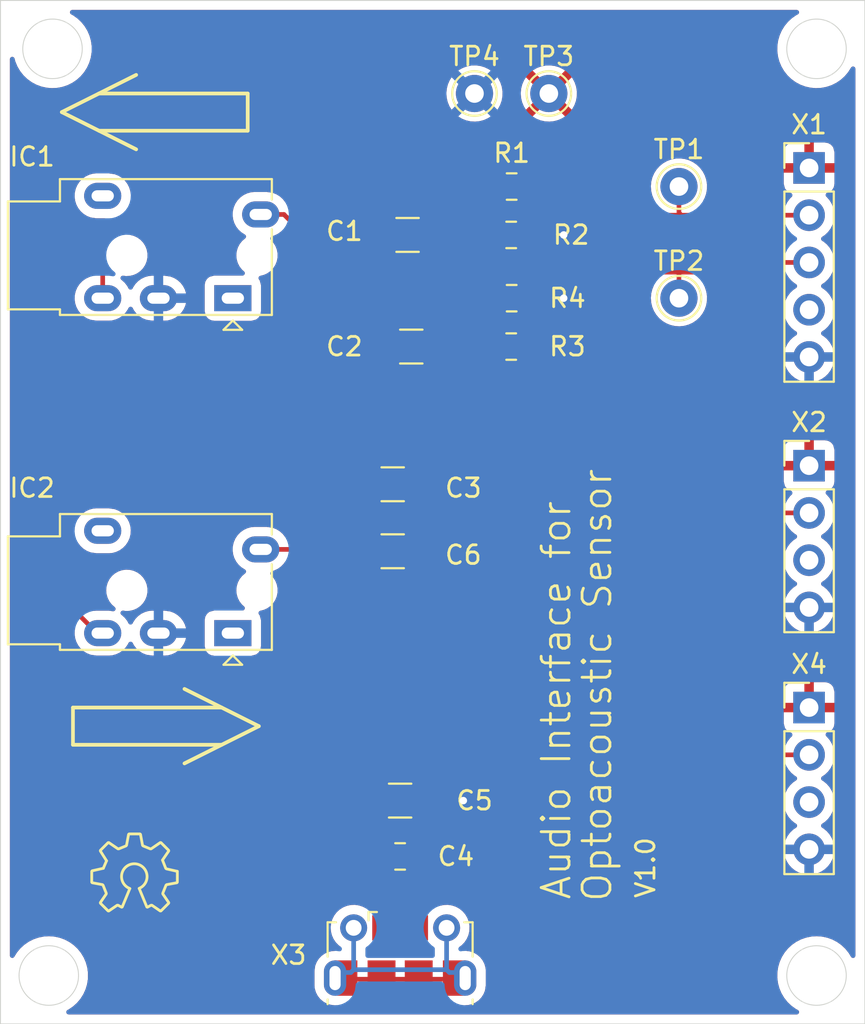
<source format=kicad_pcb>
(kicad_pcb (version 20190605) (host pcbnew "6.0.0-unknown-ea0edab~86~ubuntu18.04.1")
  (layers (0 "F.Cu" signal hide) (31 "B.Cu" signal hide) (34 "B.Paste" user) (35 "F.Paste" user) (36 "B.SilkS" user) (37 "F.SilkS" user) (38 "B.Mask" user) (39 "F.Mask" user) (44 "Edge.Cuts" user))
  (net 0 "")
  (net 1 "Net-(C1-Pad2)")
  (net 2 "Net-(C1-Pad1)")
  (net 3 "Net-(C2-Pad2)")
  (net 4 "Net-(C2-Pad1)")
  (net 5 "Net-(C3-Pad2)")
  (net 6 "Net-(C3-Pad1)")
  (net 7 "GND")
  (net 8 "+5V")
  (net 9 "Net-(X1-Pad4)")
  (net 10 "Net-(X2-Pad3)")
  (net 11 "Net-(X3-Pad6)")
  (net 12 "Net-(X3-Pad3)")
  (net 13 "Net-(X3-Pad4)")
  (net 14 "Net-(X3-Pad2)")
  (net 15 "Net-(C6-Pad2)")
  (net 16 "Net-(C6-Pad1)")
  (net 17 "Net-(IC1-Pad5)")
  (net 18 "Net-(IC2-Pad5)")
  (net 19 "Net-(X4-Pad3)")
  (module "Connector_PinHeader_2.54mm:PinHeader_1x04_P2.54mm_Vertical" (layer "F.Cu") (at 125 103)
    (fp_text reference "X4" (at 0 -2.33) (layer "F.SilkS"))
    (fp_text value "Conn_01x04" hide)
    (pad "4" thru_hole oval (at 0 7.62) (size 1.7 1.7) (drill 1) (layers *.Cu *.Mask) (net 7 "GND"))
    (pad "3" thru_hole oval (at 0 5.08) (size 1.7 1.7) (drill 1) (layers *.Cu *.Mask) (net 19 "Net-(X4-Pad3)"))
    (pad "2" thru_hole oval (at 0 2.54) (size 1.7 1.7) (drill 1) (layers *.Cu *.Mask) (net 16 "Net-(C6-Pad1)"))
    (pad "1" thru_hole rect (at 0 0) (size 1.7 1.7) (drill 1) (layers *.Cu *.Mask) (net 8 "+5V"))
  )
  (module "TestPoint:TestPoint_THTPad_D2.0mm_Drill1.0mm" (layer "F.Cu") (at 107 70)
    (fp_text reference "TP4" (at 0 -1.998) (layer "F.SilkS"))
    (fp_text value "TestPoint")
    (pad "1" thru_hole circle (at 0 0) (size 2 2) (drill 1) (layers *.Cu *.Mask) (net 7 "GND"))
  )
  (module "TestPoint:TestPoint_THTPad_D2.0mm_Drill1.0mm" (layer "F.Cu") (at 111 70)
    (fp_text reference "TP3" (at 0 -1.998) (layer "F.SilkS"))
    (fp_text value "TestPoint")
    (pad "1" thru_hole circle (at 0 0) (size 2 2) (drill 1) (layers *.Cu *.Mask) (net 8 "+5V"))
  )
  (module "TestPoint:TestPoint_THTPad_D2.0mm_Drill1.0mm" (layer "F.Cu") (at 118 81)
    (fp_text reference "TP2" (at 0 -1.998) (layer "F.SilkS"))
    (fp_text value "TestPoint")
    (pad "1" thru_hole circle (at 0 0) (size 2 2) (drill 1) (layers *.Cu *.Mask) (net 4 "Net-(C2-Pad1)"))
  )
  (module "TestPoint:TestPoint_THTPad_D2.0mm_Drill1.0mm" (layer "F.Cu") (at 118 75)
    (fp_text reference "TP1" (at 0 -1.998) (layer "F.SilkS"))
    (fp_text value "TestPoint")
    (pad "1" thru_hole circle (at 0 0) (size 2 2) (drill 1) (layers *.Cu *.Mask) (net 2 "Net-(C1-Pad1)"))
  )
  (module "Connector_Audio:Jack_3.5mm_PJ320E_Horizontal" (layer "F.Cu") (at 94 99 90)
    (fp_text reference "IC2" (at 7.8 -10.8 180) (layer "F.SilkS"))
    (fp_text value "AudioJackPJ302E" hide)
    (pad "" np_thru_hole circle (at 2.3 1.3) (size 1.2 1.2) (drill 1.2) (layers *.Cu *.Mask))
    (pad "" np_thru_hole circle (at 2.3 -5.7) (size 1.2 1.2) (drill 1.2) (layers *.Cu *.Mask))
    (pad "3" thru_hole oval (at 0 -7) (size 2 1.4) (drill oval 1.2 0.6) (layers *.Cu *.Mask) (net 5 "Net-(C3-Pad2)"))
    (pad "2" thru_hole oval (at 0 -4) (size 2 1.4) (drill oval 1.2 0.6) (layers *.Cu *.Mask) (net 7 "GND"))
    (pad "1" thru_hole rect (at 0 0) (size 2 1.4) (drill oval 1.2 0.6) (layers *.Cu *.Mask))
    (pad "4" thru_hole oval (at 4.5 1.5) (size 2 1.4) (drill oval 1.2 0.6) (layers *.Cu *.Mask) (net 15 "Net-(C6-Pad2)"))
    (pad "5" thru_hole oval (at 5.5 -7) (size 2 1.4) (drill oval 1.2 0.6) (layers *.Cu *.Mask) (net 18 "Net-(IC2-Pad5)"))
  )
  (module "Connector_Audio:Jack_3.5mm_PJ320E_Horizontal" (layer "F.Cu") (at 94 81 90)
    (fp_text reference "IC1" (at 7.6 -10.8) (layer "F.SilkS"))
    (fp_text value "AudioJackPJ302E" hide)
    (pad "" np_thru_hole circle (at 2.3 1.3) (size 1.2 1.2) (drill 1.2) (layers *.Cu *.Mask))
    (pad "" np_thru_hole circle (at 2.3 -5.7) (size 1.2 1.2) (drill 1.2) (layers *.Cu *.Mask))
    (pad "3" thru_hole oval (at 0 -7) (size 2 1.4) (drill oval 1.2 0.6) (layers *.Cu *.Mask) (net 1 "Net-(C1-Pad2)"))
    (pad "2" thru_hole oval (at 0 -4) (size 2 1.4) (drill oval 1.2 0.6) (layers *.Cu *.Mask) (net 7 "GND"))
    (pad "1" thru_hole rect (at 0 0) (size 2 1.4) (drill oval 1.2 0.6) (layers *.Cu *.Mask))
    (pad "4" thru_hole oval (at 4.5 1.5) (size 2 1.4) (drill oval 1.2 0.6) (layers *.Cu *.Mask) (net 3 "Net-(C2-Pad2)"))
    (pad "5" thru_hole oval (at 5.5 -7) (size 2 1.4) (drill oval 1.2 0.6) (layers *.Cu *.Mask) (net 17 "Net-(IC1-Pad5)"))
  )
  (module "Resistor_SMD:R_1206_3216Metric_Pad1.42x1.75mm_HandSolder" (layer "F.Cu") (at 102.6 94.6 180)
    (fp_text reference "C6" (at -3.8 -0.2) (layer "F.SilkS"))
    (fp_text value "1µF" hide)
    (pad "2" smd roundrect (at 1.4875 0 180) (size 1.425 1.75) (layers "F.Cu" "F.Paste" "F.Mask") (roundrect_rratio 0.175439) (net 15 "Net-(C6-Pad2)"))
    (pad "1" smd roundrect (at -1.4875 0 180) (size 1.425 1.75) (layers "F.Cu" "F.Paste" "F.Mask") (roundrect_rratio 0.175439) (net 16 "Net-(C6-Pad1)"))
  )
  (module "Connector_USB:USB_Micro-B_Molex-105017-0001" (layer "F.Cu") (at 103 116.3)
    (fp_text reference "X3" (at -6 0) (layer "F.SilkS"))
    (fp_text value "USB_B_Micro")
    (pad "6" smd rect (at -2.9 1.2375) (size 1.2 1.9) (layers "F.Cu" "F.Mask") (net 11 "Net-(X3-Pad6)"))
    (pad "6" smd rect (at 2.9 1.2375) (size 1.2 1.9) (layers "F.Cu" "F.Mask") (net 11 "Net-(X3-Pad6)"))
    (pad "6" thru_hole oval (at 3.5 1.2375) (size 1.2 1.9) (drill oval 0.6 1.3) (layers *.Cu *.Mask) (net 11 "Net-(X3-Pad6)"))
    (pad "6" thru_hole oval (at -3.5 1.2375 180) (size 1.2 1.9) (drill oval 0.6 1.3) (layers *.Cu *.Mask) (net 11 "Net-(X3-Pad6)"))
    (pad "6" smd rect (at -1 1.2375) (size 1.5 1.9) (layers "F.Cu" "F.Paste" "F.Mask") (net 11 "Net-(X3-Pad6)"))
    (pad "6" thru_hole circle (at 2.5 -1.4625) (size 1.45 1.45) (drill 0.85) (layers *.Cu *.Mask) (net 11 "Net-(X3-Pad6)"))
    (pad "3" smd rect (at 0 -1.4625) (size 0.4 1.35) (layers "F.Cu" "F.Paste" "F.Mask") (net 12 "Net-(X3-Pad3)"))
    (pad "4" smd rect (at 0.65 -1.4625) (size 0.4 1.35) (layers "F.Cu" "F.Paste" "F.Mask") (net 13 "Net-(X3-Pad4)"))
    (pad "5" smd rect (at 1.3 -1.4625) (size 0.4 1.35) (layers "F.Cu" "F.Paste" "F.Mask") (net 7 "GND"))
    (pad "1" smd rect (at -1.3 -1.4625) (size 0.4 1.35) (layers "F.Cu" "F.Paste" "F.Mask") (net 8 "+5V"))
    (pad "2" smd rect (at -0.65 -1.4625) (size 0.4 1.35) (layers "F.Cu" "F.Paste" "F.Mask") (net 14 "Net-(X3-Pad2)"))
    (pad "6" thru_hole circle (at -2.5 -1.4625) (size 1.45 1.45) (drill 0.85) (layers *.Cu *.Mask) (net 11 "Net-(X3-Pad6)"))
    (pad "6" smd rect (at 1 1.2375) (size 1.5 1.9) (layers "F.Cu" "F.Paste" "F.Mask") (net 11 "Net-(X3-Pad6)"))
  )
  (module "Connector_PinHeader_2.54mm:PinHeader_1x04_P2.54mm_Vertical" (layer "F.Cu") (at 125 90)
    (fp_text reference "X2" (at 0 -2.33) (layer "F.SilkS"))
    (fp_text value "Conn_01x04" hide)
    (pad "4" thru_hole oval (at 0 7.62) (size 1.7 1.7) (drill 1) (layers *.Cu *.Mask) (net 7 "GND"))
    (pad "3" thru_hole oval (at 0 5.08) (size 1.7 1.7) (drill 1) (layers *.Cu *.Mask) (net 10 "Net-(X2-Pad3)"))
    (pad "2" thru_hole oval (at 0 2.54) (size 1.7 1.7) (drill 1) (layers *.Cu *.Mask) (net 6 "Net-(C3-Pad1)"))
    (pad "1" thru_hole rect (at 0 0) (size 1.7 1.7) (drill 1) (layers *.Cu *.Mask) (net 8 "+5V"))
  )
  (module "Connector_PinHeader_2.54mm:PinHeader_1x05_P2.54mm_Vertical" (layer "F.Cu") (at 125 74)
    (fp_text reference "X1" (at 0 -2.33) (layer "F.SilkS"))
    (fp_text value "Conn_01x05" hide)
    (pad "5" thru_hole oval (at 0 10.16) (size 1.7 1.7) (drill 1) (layers *.Cu *.Mask) (net 7 "GND"))
    (pad "4" thru_hole oval (at 0 7.62) (size 1.7 1.7) (drill 1) (layers *.Cu *.Mask) (net 9 "Net-(X1-Pad4)"))
    (pad "3" thru_hole oval (at 0 5.08) (size 1.7 1.7) (drill 1) (layers *.Cu *.Mask) (net 4 "Net-(C2-Pad1)"))
    (pad "2" thru_hole oval (at 0 2.54) (size 1.7 1.7) (drill 1) (layers *.Cu *.Mask) (net 2 "Net-(C1-Pad1)"))
    (pad "1" thru_hole rect (at 0 0) (size 1.7 1.7) (drill 1) (layers *.Cu *.Mask) (net 8 "+5V"))
  )
  (module "Resistor_SMD:R_0805_2012Metric_Pad1.15x1.40mm_HandSolder" (layer "F.Cu") (at 109 81)
    (fp_text reference "R4" (at 3 0) (layer "F.SilkS"))
    (fp_text value "10K" hide)
    (pad "2" smd roundrect (at 1.025 0) (size 1.15 1.4) (layers "F.Cu" "F.Paste" "F.Mask") (roundrect_rratio 0.217391) (net 7 "GND"))
    (pad "1" smd roundrect (at -1.025 0) (size 1.15 1.4) (layers "F.Cu" "F.Paste" "F.Mask") (roundrect_rratio 0.217391) (net 4 "Net-(C2-Pad1)"))
  )
  (module "Resistor_SMD:R_0805_2012Metric_Pad1.15x1.40mm_HandSolder" (layer "F.Cu") (at 108.975 83.6 180)
    (fp_text reference "R3" (at -3.025 0) (layer "F.SilkS"))
    (fp_text value "10K" hide)
    (pad "2" smd roundrect (at 1.025 0 180) (size 1.15 1.4) (layers "F.Cu" "F.Paste" "F.Mask") (roundrect_rratio 0.217391) (net 4 "Net-(C2-Pad1)"))
    (pad "1" smd roundrect (at -1.025 0 180) (size 1.15 1.4) (layers "F.Cu" "F.Paste" "F.Mask") (roundrect_rratio 0.217391) (net 8 "+5V"))
  )
  (module "Resistor_SMD:R_0805_2012Metric_Pad1.15x1.40mm_HandSolder" (layer "F.Cu") (at 108.975 77.6)
    (fp_text reference "R2" (at 3.225 0) (layer "F.SilkS"))
    (fp_text value "10K" hide)
    (pad "2" smd roundrect (at 1.025 0) (size 1.15 1.4) (layers "F.Cu" "F.Paste" "F.Mask") (roundrect_rratio 0.217391) (net 7 "GND"))
    (pad "1" smd roundrect (at -1.025 0) (size 1.15 1.4) (layers "F.Cu" "F.Paste" "F.Mask") (roundrect_rratio 0.217391) (net 2 "Net-(C1-Pad1)"))
  )
  (module "Resistor_SMD:R_0805_2012Metric_Pad1.15x1.40mm_HandSolder" (layer "F.Cu") (at 109 75 180)
    (fp_text reference "R1" (at 0 1.8) (layer "F.SilkS"))
    (fp_text value "10K")
    (pad "2" smd roundrect (at 1.025 0 180) (size 1.15 1.4) (layers "F.Cu" "F.Paste" "F.Mask") (roundrect_rratio 0.217391) (net 2 "Net-(C1-Pad1)"))
    (pad "1" smd roundrect (at -1.025 0 180) (size 1.15 1.4) (layers "F.Cu" "F.Paste" "F.Mask") (roundrect_rratio 0.217391) (net 8 "+5V"))
  )
  (module "Resistor_SMD:R_1206_3216Metric_Pad1.42x1.75mm_HandSolder" (layer "F.Cu") (at 103 108)
    (fp_text reference "C5" (at 4 0) (layer "F.SilkS"))
    (fp_text value "10µF")
    (pad "2" smd roundrect (at 1.4875 0) (size 1.425 1.75) (layers "F.Cu" "F.Paste" "F.Mask") (roundrect_rratio 0.175439) (net 7 "GND"))
    (pad "1" smd roundrect (at -1.4875 0) (size 1.425 1.75) (layers "F.Cu" "F.Paste" "F.Mask") (roundrect_rratio 0.175439) (net 8 "+5V"))
  )
  (module "Resistor_SMD:R_0805_2012Metric_Pad1.15x1.40mm_HandSolder" (layer "F.Cu") (at 103 111)
    (fp_text reference "C4" (at 3 0) (layer "F.SilkS"))
    (fp_text value "100nF" hide)
    (pad "2" smd roundrect (at 1.025 0) (size 1.15 1.4) (layers "F.Cu" "F.Paste" "F.Mask") (roundrect_rratio 0.217391) (net 7 "GND"))
    (pad "1" smd roundrect (at -1.025 0) (size 1.15 1.4) (layers "F.Cu" "F.Paste" "F.Mask") (roundrect_rratio 0.217391) (net 8 "+5V"))
  )
  (module "Resistor_SMD:R_1206_3216Metric_Pad1.42x1.75mm_HandSolder" (layer "F.Cu") (at 102.6 91 180)
    (fp_text reference "C3" (at -3.8 -0.2) (layer "F.SilkS"))
    (fp_text value "1µF" hide)
    (pad "2" smd roundrect (at 1.4875 0 180) (size 1.425 1.75) (layers "F.Cu" "F.Paste" "F.Mask") (roundrect_rratio 0.175439) (net 5 "Net-(C3-Pad2)"))
    (pad "1" smd roundrect (at -1.4875 0 180) (size 1.425 1.75) (layers "F.Cu" "F.Paste" "F.Mask") (roundrect_rratio 0.175439) (net 6 "Net-(C3-Pad1)"))
  )
  (module "Resistor_SMD:R_1206_3216Metric_Pad1.42x1.75mm_HandSolder" (layer "F.Cu") (at 103.6 83.6 180)
    (fp_text reference "C2" (at 3.6 0) (layer "F.SilkS"))
    (fp_text value "1µF")
    (pad "2" smd roundrect (at 1.4875 0 180) (size 1.425 1.75) (layers "F.Cu" "F.Paste" "F.Mask") (roundrect_rratio 0.175439) (net 3 "Net-(C2-Pad2)"))
    (pad "1" smd roundrect (at -1.4875 0 180) (size 1.425 1.75) (layers "F.Cu" "F.Paste" "F.Mask") (roundrect_rratio 0.175439) (net 4 "Net-(C2-Pad1)"))
  )
  (module "Resistor_SMD:R_1206_3216Metric_Pad1.42x1.75mm_HandSolder" (layer "F.Cu") (at 103.4 77.6 180)
    (fp_text reference "C1" (at 3.4 0.2) (layer "F.SilkS"))
    (fp_text value "1µF" hide)
    (pad "2" smd roundrect (at 1.4875 0 180) (size 1.425 1.75) (layers "F.Cu" "F.Paste" "F.Mask") (roundrect_rratio 0.175439) (net 1 "Net-(C1-Pad2)"))
    (pad "1" smd roundrect (at -1.4875 0 180) (size 1.425 1.75) (layers "F.Cu" "F.Paste" "F.Mask") (roundrect_rratio 0.175439) (net 2 "Net-(C1-Pad1)"))
  )
  (gr_text "Optoacoustic Sensor" (at 113.6 101.8 90) (layer "F.SilkS") (effects (font (size 1.5 1.5))))
  (gr_text "V1.0" (at 116.2 111.6 90) (layer "F.SilkS") (effects (font (size 1 1))))
  (gr_line (start 86.41273 111.789693) (end 86.412176 111.790896) (layer "F.SilkS") (width 0.034395))
  (gr_line (start 90.994773 112.413123) (end 90.995982 112.412614) (layer "F.SilkS") (width 0.034395))
  (gr_line (start 87.824809 110.594913) (end 87.822235 110.593812) (layer "F.SilkS") (width 0.034395))
  (gr_line (start 90.101533 110.252821) (end 90.100317 110.253316) (layer "F.SilkS") (width 0.034395))
  (gr_line (start 86.420813 112.407574) (end 86.422881 112.409242) (layer "F.SilkS") (width 0.034395))
  (gr_line (start 90.233882 113.015555) (end 90.232782 113.012979) (layer "F.SilkS") (width 0.034395))
  (gr_line (start 87.192751 113.010245) (end 87.191801 113.012945) (layer "F.SilkS") (width 0.034395))
  (gr_line (start 88.041349 113.726452) (end 88.042338 113.725798) (layer "F.SilkS") (width 0.034395))
  (gr_line (start 89.024689 109.8) (end 89.023716 109.79909) (layer "F.SilkS") (width 0.034395))
  (gr_line (start 89.385291 113.727623) (end 89.386361 113.728113) (layer "F.SilkS") (width 0.034395))
  (gr_line (start 89.171238 110.433848) (end 89.171238 110.433848) (layer "F.SilkS") (width 0.034395))
  (gr_line (start 89.142346 110.400759) (end 89.033482 109.815927) (layer "F.SilkS") (width 0.15))
  (gr_line (start 86.409734 112.384333) (end 86.409767 112.385647) (layer "F.SilkS") (width 0.034395))
  (gr_line (start 88.05069 113.71528) (end 88.05069 113.71528) (layer "F.SilkS") (width 0.034395))
  (gr_line (start 86.870761 113.502157) (end 86.871522 113.504705) (layer "F.SilkS") (width 0.034395))
  (gr_line (start 87.194854 112.989738) (end 87.195052 112.992683) (layer "F.SilkS") (width 0.034395))
  (gr_line (start 89.606529 113.620456) (end 89.609027 113.619401) (layer "F.SilkS") (width 0.034395))
  (gr_line (start 88.408661 109.79389) (end 88.406326 109.795149) (layer "F.SilkS") (width 0.034395))
  (gr_line (start 87.83614 110.597727) (end 87.833198 110.597266) (layer "F.SilkS") (width 0.034395))
  (gr_line (start 86.419781 111.78009) (end 86.418833 111.781026) (layer "F.SilkS") (width 0.034395))
  (gr_line (start 87.323178 110.252821) (end 87.321936 110.252381) (layer "F.SilkS") (width 0.034395))
  (gr_line (start 86.417099 112.403753) (end 86.418882 112.405739) (layer "F.SilkS") (width 0.034395))
  (gr_line (start 90.55029 113.510718) (end 90.55095 113.509577) (layer "F.SilkS") (width 0.034395))
  (gr_line (start 87.289923 110.259461) (end 86.878412 110.670939) (layer "F.SilkS") (width 0.15))
  (gr_line (start 88.27864 110.411129) (end 88.277209 110.413659) (layer "F.SilkS") (width 0.034395))
  (gr_line (start 90.100317 110.253316) (end 90.099126 110.253866) (layer "F.SilkS") (width 0.034395))
  (gr_line (start 87.008484 112.529626) (end 87.010523 112.531773) (layer "F.SilkS") (width 0.034395))
  (gr_line (start 90.405924 112.544946) (end 90.40641 112.543696) (layer "F.SilkS") (width 0.034395))
  (gr_line (start 87.78464 113.619455) (end 87.787311 113.618573) (layer "F.SilkS") (width 0.034395))
  (gr_line (start 86.870949 110.701707) (end 86.871334 110.702967) (layer "F.SilkS") (width 0.034395))
  (gr_line (start 89.392015 113.729712) (end 89.393192 113.729855) (layer "F.SilkS") (width 0.034395))
  (gr_line (start 90.096829 110.255133) (end 90.095729 110.25585) (layer "F.SilkS") (width 0.034395))
  (gr_line (start 87.193231 112.981322) (end 87.193945 112.984036) (layer "F.SilkS") (width 0.034395))
  (gr_line (start 90.102771 110.252381) (end 90.101533 110.252821) (layer "F.SilkS") (width 0.034395))
  (gr_line (start 90.549856 113.476779) (end 90.549856 113.476779) (layer "F.SilkS") (width 0.034395))
  (gr_line (start 89.570938 110.596993) (end 89.56823 110.596272) (layer "F.SilkS") (width 0.034395))
  (gr_line (start 88.396506 109.804) (end 88.39574 109.80508) (layer "F.SilkS") (width 0.034395))
  (gr_line (start 87.195052 112.992683) (end 87.195081 112.99566) (layer "F.SilkS") (width 0.034395))
  (gr_line (start 89.384247 113.727077) (end 89.385291 113.727623) (layer "F.SilkS") (width 0.034395))
  (gr_line (start 89.381285 113.725118) (end 89.382242 113.725824) (layer "F.SilkS") (width 0.034395))
  (gr_line (start 87.017044 112.541181) (end 87.018183 112.543662) (layer "F.SilkS") (width 0.034395))
  (gr_line (start 87.29618 113.932004) (end 87.297348 113.93261) (layer "F.SilkS") (width 0.034395))
  (gr_line (start 86.410024 112.388261) (end 86.410246 112.389556) (layer "F.SilkS") (width 0.034395))
  (gr_line (start 87.03364 111.638253) (end 86.434774 111.77219) (layer "F.SilkS") (width 0.15))
  (gr_line (start 87.291833 113.929084) (end 87.292866 113.929887) (layer "F.SilkS") (width 0.034395))
  (gr_line (start 89.0172 109.794496) (end 89.016019 109.79389) (layer "F.SilkS") (width 0.034395))
  (gr_line (start 88.412323 109.79238) (end 88.411084 109.792831) (layer "F.SilkS") (width 0.034395))
  (gr_text "Audio Interface for" (at 111.4 102.6 90) (layer "F.SilkS") (effects (font (size 1.5 1.5))))
  (gr_line (start 90.23105 113.007477) (end 90.230422 113.004594) (layer "F.SilkS") (width 0.034395))
  (gr_line (start 87.188008 113.020208) (end 86.874731 113.476744) (layer "F.SilkS") (width 0.15))
  (gr_line (start 91.014307 112.389591) (end 91.014529 112.388295) (layer "F.SilkS") (width 0.034395))
  (gr_line (start 87.328963 113.930941) (end 87.328963 113.930941) (layer "F.SilkS") (width 0.034395))
  (gr_line (start 90.434307 112.51818) (end 90.435609 112.517796) (layer "F.SilkS") (width 0.034395))
  (gr_line (start 86.411712 112.394618) (end 86.412771 112.39705) (layer "F.SilkS") (width 0.034395))
  (gr_line (start 87.301041 110.252619) (end 87.298578 110.253586) (layer "F.SilkS") (width 0.034395))
  (gr_line (start 90.995982 112.412614) (end 90.997168 112.412049) (layer "F.SilkS") (width 0.034395))
  (gr_line (start 90.554733 110.689869) (end 90.554387 110.687227) (layer "F.SilkS") (width 0.034395))
  (gr_line (start 86.42856 112.41258) (end 86.429771 112.413089) (layer "F.SilkS") (width 0.034395))
  (gr_line (start 86.426161 111.775366) (end 86.425023 111.776038) (layer "F.SilkS") (width 0.034395))
  (gr_line (start 86.87311 110.678415) (end 86.872551 110.679612) (layer "F.SilkS") (width 0.034395))
  (gr_line (start 90.992294 112.413967) (end 90.993543 112.413575) (layer "F.SilkS") (width 0.034395))
  (gr_line (start 86.410866 112.392116) (end 86.411262 112.393375) (layer "F.SilkS") (width 0.034395))
  (gr_line (start 86.416221 111.784049) (end 86.415432 111.785123) (layer "F.SilkS") (width 0.034395))
  (gr_line (start 87.324362 113.933452) (end 87.325556 113.932907) (layer "F.SilkS") (width 0.034395))
  (gr_line (start 90.230646 112.984069) (end 90.231359 112.981356) (layer "F.SilkS") (width 0.034395))
  (gr_line (start 88.394353 109.807328) (end 88.393735 109.808491) (layer "F.SilkS") (width 0.034395))
  (gr_line (start 90.121056 113.934921) (end 90.123598 113.934162) (layer "F.SilkS") (width 0.034395))
  (gr_line (start 89.393192 113.729855) (end 89.39438 113.729939) (layer "F.SilkS") (width 0.034395))
  (gr_line (start 88.018186 113.727249) (end 88.019366 113.727815) (layer "F.SilkS") (width 0.034395))
  (gr_line (start 90.131783 110.256886) (end 90.130711 110.256126) (layer "F.SilkS") (width 0.034395))
  (gr_line (start 88.026585 113.729798) (end 88.027792 113.729902) (layer "F.SilkS") (width 0.034395))
  (gr_line (start 89.033482 109.815927) (end 89.033482 109.815927) (layer "F.SilkS") (width 0.034395))
  (gr_line (start 87.194943 112.998646) (end 87.19464 113.001621) (layer "F.SilkS") (width 0.034395))
  (gr_line (start 86.431003 112.413541) (end 86.432254 112.413933) (layer "F.SilkS") (width 0.034395))
  (gr_line (start 90.554319 113.487661) (end 90.554042 113.486367) (layer "F.SilkS") (width 0.034395))
  (gr_line (start 86.434808 112.414532) (end 86.986346 112.517169) (layer "F.SilkS") (width 0.15))
  (gr_line (start 88.401979 109.798218) (end 88.4 109.8) (layer "F.SilkS") (width 0.034395))
  (gr_line (start 88.395022 109.80619) (end 88.394353 109.807328) (layer "F.SilkS") (width 0.034395))
  (gr_line (start 87.195081 112.99566) (end 87.194943 112.998646) (layer "F.SilkS") (width 0.034395))
  (gr_line (start 90.554387 110.687227) (end 90.553834 110.684623) (layer "F.SilkS") (width 0.034395))
  (gr_line (start 90.127296 110.254146) (end 90.1261 110.253586) (layer "F.SilkS") (width 0.034395))
  (gr_line (start 90.554797 110.695191) (end 90.55487 110.692531) (layer "F.SilkS") (width 0.034395))
  (gr_line (start 89.604876 110.592553) (end 89.602446 110.593811) (layer "F.SilkS") (width 0.034395))
  (gr_line (start 87.850925 110.59754) (end 87.848034 110.597915) (layer "F.SilkS") (width 0.034395))
  (gr_line (start 86.432214 111.772806) (end 86.43096 111.773205) (layer "F.SilkS") (width 0.034395))
  (gr_line (start 90.106598 110.251387) (end 90.105307 110.251664) (layer "F.SilkS") (width 0.034395))
  (gr_line (start 90.123637 110.252619) (end 90.121095 110.251855) (layer "F.SilkS") (width 0.034395))
  (gr_line (start 89.563213 110.594305) (end 89.171238 110.433848) (layer "F.SilkS") (width 0.15))
  (gr_line (start 90.229956 113.001655) (end 90.229653 112.998681) (layer "F.SilkS") (width 0.034395))
  (gr_line (start 89.156936 110.425081) (end 89.154803 110.423016) (layer "F.SilkS") (width 0.034395))
  (gr_line (start 86.434808 112.414532) (end 86.434808 112.414532) (layer "F.SilkS") (width 0.034395))
  (gr_line (start 87.308828 110.250948) (end 87.306186 110.251298) (layer "F.SilkS") (width 0.034395))
  (gr_line (start 87.191801 113.012945) (end 87.190692 113.015521) (layer "F.SilkS") (width 0.034395))
  (gr_line (start 87.801642 113.616772) (end 87.804548 113.616937) (layer "F.SilkS") (width 0.034395))
  (gr_line (start 88.420029 109.790885) (end 88.418722 109.790983) (layer "F.SilkS") (width 0.034395))
  (gr_line (start 87.296215 110.254756) (end 87.295077 110.255416) (layer "F.SilkS") (width 0.034395))
  (gr_line (start 90.551561 113.508406) (end 90.55212 113.507207) (layer "F.SilkS") (width 0.034395))
  (gr_line (start 90.09566 113.930975) (end 90.09566 113.930975) (layer "F.SilkS") (width 0.034395))
  (gr_line (start 87.77967 113.621735) (end 87.782086 113.620509) (layer "F.SilkS") (width 0.034395))
  (gr_line (start 90.551825 110.706614) (end 90.552371 110.705423) (layer "F.SilkS") (width 0.034395))
  (gr_line (start 89.406402 113.727283) (end 89.604178 113.621688) (layer "F.SilkS") (width 0.15))
  (gr_line (start 89.395577 113.729961) (end 89.396781 113.729921) (layer "F.SilkS") (width 0.034395))
  (gr_line (start 88.459725 112.726211) (end 88.460014 112.724936) (layer "F.SilkS") (width 0.034395))
  (gr_line (start 90.118494 110.251298) (end 90.115855 110.250948) (layer "F.SilkS") (width 0.034395))
  (gr_line (start 86.870068 113.488934) (end 86.869785 113.491576) (layer "F.SilkS") (width 0.034395))
  (gr_line (start 87.833198 110.597266) (end 87.830313 110.596642) (layer "F.SilkS") (width 0.034395))
  (gr_line (start 87.861479 110.594305) (end 87.859038 110.595377) (layer "F.SilkS") (width 0.034395))
  (gr_line (start 86.4097 111.802389) (end 86.409734 112.384333) (layer "F.SilkS") (width 0.15))
  (gr_line (start 87.289923 110.259461) (end 87.289923 110.259461) (layer "F.SilkS") (width 0.034395))
  (gr_line (start 88.4 109.8) (end 88.39817 109.801932) (layer "F.SilkS") (width 0.034395))
  (gr_line (start 87.298543 113.933166) (end 87.299763 113.933672) (layer "F.SilkS") (width 0.034395))
  (gr_line (start 90.231837 113.010279) (end 90.23105 113.007477) (layer "F.SilkS") (width 0.034395))
  (gr_line (start 87.015692 112.538736) (end 87.017044 112.541181) (layer "F.SilkS") (width 0.034395))
  (gr_line (start 89.007244 109.791143) (end 89.005941 109.790983) (layer "F.SilkS") (width 0.034395))
  (gr_arc (start 88.7 112.081818) (end 88.460014 112.724936) (angle 317.212221) (layer "F.SilkS") (width 0.15))
  (gr_line (start 86.872551 110.679612) (end 86.872042 110.680834) (layer "F.SilkS") (width 0.034395))
  (gr_line (start 90.546246 110.670939) (end 90.134768 110.259461) (layer "F.SilkS") (width 0.15))
  (gr_line (start 89.631682 113.617348) (end 89.634518 113.617883) (layer "F.SilkS") (width 0.034395))
  (gr_line (start 87.318066 113.935362) (end 87.31936 113.935088) (layer "F.SilkS") (width 0.034395))
  (gr_line (start 90.548011 113.513936) (end 90.54882 113.5129) (layer "F.SilkS") (width 0.034395))
  (gr_line (start 86.874731 113.476744) (end 86.874017 113.477845) (layer "F.SilkS") (width 0.034395))
  (gr_line (start 90.232782 113.012979) (end 90.231837 113.010279) (layer "F.SilkS") (width 0.034395))
  (gr_line (start 89.373898 113.715314) (end 89.373898 113.715314) (layer "F.SilkS") (width 0.034395))
  (gr_line (start 91.008274 112.402743) (end 91.009065 112.401667) (layer "F.SilkS") (width 0.034395))
  (gr_line (start 90.552111 110.679612) (end 90.550945 110.677245) (layer "F.SilkS") (width 0.034395))
  (gr_line (start 86.871278 113.483793) (end 86.870565 113.486333) (layer "F.SilkS") (width 0.034395))
  (gr_line (start 91.004709 112.40671) (end 91.005658 112.405773) (layer "F.SilkS") (width 0.034395))
  (gr_line (start 88.036007 113.728905) (end 88.037121 113.728526) (layer "F.SilkS") (width 0.034395))
  (gr_line (start 90.553851 113.502191) (end 90.554408 113.499585) (layer "F.SilkS") (width 0.034395))
  (gr_line (start 87.790077 113.617864) (end 87.792915 113.617329) (layer "F.SilkS") (width 0.034395))
  (gr_line (start 90.989746 112.414566) (end 90.989746 112.414566) (layer "F.SilkS") (width 0.034395))
  (gr_line (start 91.005658 112.405773) (end 91.006569 112.404798) (layer "F.SilkS") (width 0.034395))
  (gr_line (start 90.438208 112.517203) (end 90.438208 112.517203) (layer "F.SilkS") (width 0.034395))
  (gr_line (start 87.004037 112.525684) (end 87.006317 112.527591) (layer "F.SilkS") (width 0.034395))
  (gr_line (start 89.625881 113.616804) (end 89.628796 113.616988) (layer "F.SilkS") (width 0.034395))
  (gr_line (start 89.019489 109.79585) (end 89.018358 109.795149) (layer "F.SilkS") (width 0.034395))
  (gr_line (start 87.830313 110.596642) (end 87.827509 110.595857) (layer "F.SilkS") (width 0.034395))
  (gr_line (start 86.874378 110.676105) (end 86.873719 110.677245) (layer "F.SilkS") (width 0.034395))
  (gr_line (start 86.996691 112.520878) (end 86.999207 112.522312) (layer "F.SilkS") (width 0.034395))
  (gr_line (start 86.414687 111.786226) (end 86.413987 111.787356) (layer "F.SilkS") (width 0.034395))
  (gr_line (start 87.194172 113.00456) (end 87.193542 113.007442) (layer "F.SilkS") (width 0.034395))
  (gr_line (start 89.607136 110.59114) (end 89.604876 110.592553) (layer "F.SilkS") (width 0.034395))
  (gr_line (start 86.873359 113.478979) (end 86.872756 113.480143) (layer "F.SilkS") (width 0.034395))
  (gr_line (start 88.263265 110.42876) (end 88.260886 110.430342) (layer "F.SilkS") (width 0.034395))
  (gr_line (start 90.554512 110.697831) (end 90.554797 110.695191) (layer "F.SilkS") (width 0.034395))
  (gr_line (start 89.02652 109.801932) (end 89.025624 109.800948) (layer "F.SilkS") (width 0.034395))
  (gr_line (start 86.41021 111.79717) (end 86.409989 111.798464) (layer "F.SilkS") (width 0.034395))
  (gr_line (start 90.553088 113.504739) (end 90.553851 113.502191) (layer "F.SilkS") (width 0.034395))
  (gr_line (start 90.55212 113.507207) (end 90.552629 113.505984) (layer "F.SilkS") (width 0.034395))
  (gr_line (start 89.637281 113.618592) (end 89.639951 113.619476) (layer "F.SilkS") (width 0.034395))
  (gr_line (start 88.024165 113.7294) (end 88.025375 113.729632) (layer "F.SilkS") (width 0.034395))
  (gr_line (start 89.142955 110.403356) (end 89.142621 110.402055) (layer "F.SilkS") (width 0.034395))
  (gr_line (start 86.878343 113.515852) (end 86.878343 113.515852) (layer "F.SilkS") (width 0.034395))
  (gr_line (start 88.42134 109.790853) (end 88.420029 109.790885) (layer "F.SilkS") (width 0.034395))
  (gr_line (start 86.871334 110.702967) (end 86.871773 110.704206) (layer "F.SilkS") (width 0.034395))
  (gr_line (start 88.417422 109.791143) (end 88.41613 109.791364) (layer "F.SilkS") (width 0.034395))
  (gr_line (start 88.966135 112.729942) (end 89.373898 113.715314) (layer "F.SilkS") (width 0.15))
  (gr_line (start 89.59147 110.597266) (end 89.588526 110.597727) (layer "F.SilkS") (width 0.034395))
  (gr_line (start 88.282381 110.400759) (end 88.281772 110.403356) (layer "F.SilkS") (width 0.034395))
  (gr_line (start 90.09566 113.930975) (end 90.096761 113.931686) (layer "F.SilkS") (width 0.034395))
  (gr_line (start 90.998331 112.411431) (end 90.999468 112.410762) (layer "F.SilkS") (width 0.034395))
  (gr_line (start 89.161475 110.42876) (end 89.159165 110.427001) (layer "F.SilkS") (width 0.034395))
  (gr_line (start 89.602446 110.593811) (end 89.599867 110.594913) (layer "F.SilkS") (width 0.034395))
  (gr_line (start 87.01909 112.546165) (end 87.01909 112.546165) (layer "F.SilkS") (width 0.034395))
  (gr_line (start 90.550573 113.477879) (end 90.549856 113.476779) (layer "F.SilkS") (width 0.034395))
  (gr_line (start 89.400411 113.729423) (end 89.40162 113.729128) (layer "F.SilkS") (width 0.034395))
  (gr_line (start 86.410527 112.390842) (end 86.410866 112.392116) (layer "F.SilkS") (width 0.034395))
  (gr_line (start 90.554898 113.494274) (end 90.554826 113.49161) (layer "F.SilkS") (width 0.034395))
  (gr_line (start 89.023716 109.79909) (end 89.022708 109.798218) (layer "F.SilkS") (width 0.034395))
  (gr_line (start 89.56823 110.596272) (end 89.565648 110.595377) (layer "F.SilkS") (width 0.034395))
  (gr_line (start 87.295042 113.931348) (end 87.29618 113.932004) (layer "F.SilkS") (width 0.034395))
  (gr_line (start 91.002707 112.408464) (end 91.003725 112.407608) (layer "F.SilkS") (width 0.034395))
  (gr_line (start 90.552863 110.704206) (end 90.553301 110.702967) (layer "F.SilkS") (width 0.034395))
  (gr_line (start 90.548819 110.673924) (end 90.548011 110.672889) (layer "F.SilkS") (width 0.034395))
  (gr_line (start 90.095729 110.25585) (end 89.607136 110.59114) (layer "F.SilkS") (width 0.15))
  (gr_line (start 90.427859 112.520912) (end 90.430417 112.519665) (layer "F.SilkS") (width 0.034395))
  (gr_line (start 86.99413 112.519631) (end 86.996691 112.520878) (layer "F.SilkS") (width 0.034395))
  (gr_line (start 89.388568 113.728925) (end 89.3897 113.729246) (layer "F.SilkS") (width 0.034395))
  (gr_line (start 88.048267 113.719779) (end 88.048947 113.718724) (layer "F.SilkS") (width 0.034395))
  (gr_line (start 89.594356 110.596642) (end 89.59147 110.597266) (layer "F.SilkS") (width 0.034395))
  (gr_line (start 90.1261 110.253586) (end 90.124879 110.253077) (layer "F.SilkS") (width 0.034395))
  (gr_line (start 90.13173 113.929921) (end 90.132761 113.929118) (layer "F.SilkS") (width 0.034395))
  (gr_line (start 86.413987 111.787356) (end 86.413335 111.788513) (layer "F.SilkS") (width 0.034395))
  (gr_line (start 89.012352 109.79238) (end 89.011094 109.791985) (layer "F.SilkS") (width 0.034395))
  (gr_line (start 87.018666 112.544912) (end 87.01909 112.546165) (layer "F.SilkS") (width 0.034395))
  (gr_line (start 87.292901 110.256886) (end 87.291867 110.257695) (layer "F.SilkS") (width 0.034395))
  (gr_line (start 90.553834 110.684623) (end 90.553075 110.682078) (layer "F.SilkS") (width 0.034395))
  (gr_line (start 88.032558 113.729693) (end 88.033723 113.729489) (layer "F.SilkS") (width 0.034395))
  (gr_line (start 88.39574 109.80508) (end 88.395022 109.80619) (layer "F.SilkS") (width 0.034395))
  (gr_line (start 89.159165 110.427001) (end 89.156936 110.425081) (layer "F.SilkS") (width 0.034395))
  (gr_line (start 89.573747 110.59754) (end 89.570938 110.596993) (layer "F.SilkS") (width 0.034395))
  (gr_line (start 87.001661 112.523919) (end 87.004037 112.525684) (layer "F.SilkS") (width 0.034395))
  (gr_line (start 87.012415 112.534017) (end 87.014143 112.536343) (layer "F.SilkS") (width 0.034395))
  (gr_line (start 87.306186 110.251298) (end 87.303584 110.251855) (layer "F.SilkS") (width 0.034395))
  (gr_line (start 89.15278 110.420825) (end 89.150883 110.418524) (layer "F.SilkS") (width 0.034395))
  (gr_line (start 89.37632 113.719812) (end 89.377045 113.72082) (layer "F.SilkS") (width 0.034395))
  (gr_line (start 86.872042 110.680834) (end 86.871584 110.682078) (layer "F.SilkS") (width 0.034395))
  (gr_line (start 88.260886 110.430342) (end 88.258454 110.431728) (layer "F.SilkS") (width 0.034395))
  (gr_line (start 91.012332 112.395878) (end 91.012837 112.394653) (layer "F.SilkS") (width 0.034395))
  (gr_line (start 90.22974 112.989772) (end 90.230107 112.986882) (layer "F.SilkS") (width 0.034395))
  (gr_line (start 90.113196 110.250808) (end 90.110539 110.25088) (layer "F.SilkS") (width 0.034395))
  (gr_line (start 87.319395 110.251664) (end 87.316794 110.251165) (layer "F.SilkS") (width 0.034395))
  (gr_line (start 90.420528 112.525718) (end 90.422897 112.523954) (layer "F.SilkS") (width 0.034395))
  (gr_line (start 86.422881 112.409242) (end 86.423962 112.410009) (layer "F.SilkS") (width 0.034395))
  (gr_line (start 88.050161 113.716473) (end 88.05069 113.71528) (layer "F.SilkS") (width 0.034395))
  (gr_line (start 86.420764 111.779194) (end 86.419781 111.78009) (layer "F.SilkS") (width 0.034395))
  (gr_line (start 89.033212 109.814642) (end 89.032878 109.813372) (layer "F.SilkS") (width 0.034395))
  (gr_line (start 87.795803 113.616969) (end 87.798719 113.616783) (layer "F.SilkS") (width 0.034395))
  (gr_line (start 90.220414 111.190178) (end 90.549857 110.710012) (layer "F.SilkS") (width 0.15))
  (gr_line (start 87.192342 112.978731) (end 87.193231 112.981322) (layer "F.SilkS") (width 0.034395))
  (gr_line (start 91.010514 112.399427) (end 91.011169 112.398267) (layer "F.SilkS") (width 0.034395))
  (gr_line (start 89.563213 110.594305) (end 89.563213 110.594305) (layer "F.SilkS") (width 0.034395))
  (gr_line (start 87.326757 110.254472) (end 87.325591 110.253866) (layer "F.SilkS") (width 0.034395))
  (gr_line (start 90.554042 113.486367) (end 90.553711 113.485088) (layer "F.SilkS") (width 0.034395))
  (gr_line (start 86.876651 110.672889) (end 86.875844 110.673924) (layer "F.SilkS") (width 0.034395))
  (gr_line (start 90.55095 113.509577) (end 90.551561 113.508406) (layer "F.SilkS") (width 0.034395))
  (gr_line (start 87.293937 113.930642) (end 87.295042 113.931348) (layer "F.SilkS") (width 0.034395))
  (gr_line (start 87.303549 113.934887) (end 87.306151 113.935442) (layer "F.SilkS") (width 0.034395))
  (gr_line (start 88.022957 113.729104) (end 88.024165 113.7294) (layer "F.SilkS") (width 0.034395))
  (gr_line (start 89.402826 113.728767) (end 89.404027 113.72834) (layer "F.SilkS") (width 0.034395))
  (gr_line (start 88.273854 110.418524) (end 88.271959 110.420825) (layer "F.SilkS") (width 0.034395))
  (gr_line (start 88.253488 110.433848) (end 88.253488 110.433848) (layer "F.SilkS") (width 0.034395))
  (gr_line (start 86.874311 113.510683) (end 86.875019 113.511792) (layer "F.SilkS") (width 0.034395))
  (gr_line (start 88.034873 113.729226) (end 88.036007 113.728905) (layer "F.SilkS") (width 0.034395))
  (gr_line (start 86.869785 113.491576) (end 86.869715 113.49424) (layer "F.SilkS") (width 0.034395))
  (gr_line (start 88.269938 110.423016) (end 88.267805 110.425081) (layer "F.SilkS") (width 0.034395))
  (gr_line (start 91.014025 112.390876) (end 91.014307 112.389591) (layer "F.SilkS") (width 0.034395))
  (gr_line (start 87.819809 110.592553) (end 87.817556 110.59114) (layer "F.SilkS") (width 0.034395))
  (gr_line (start 89.378624 113.722689) (end 89.379475 113.723549) (layer "F.SilkS") (width 0.034395))
  (gr_line (start 87.299763 113.933672) (end 87.301006 113.934128) (layer "F.SilkS") (width 0.034395))
  (gr_line (start 89.016019 109.79389) (end 89.014816 109.793335) (layer "F.SilkS") (width 0.034395))
  (gr_line (start 91.001658 112.409276) (end 91.002707 112.408464) (layer "F.SilkS") (width 0.034395))
  (gr_line (start 86.98894 112.517762) (end 86.991541 112.518587) (layer "F.SilkS") (width 0.034395))
  (gr_line (start 87.190692 113.015521) (end 87.189428 113.017949) (layer "F.SilkS") (width 0.034395))
  (gr_line (start 91.011775 112.397084) (end 91.012332 112.395878) (layer "F.SilkS") (width 0.034395))
  (gr_line (start 90.55487 110.692531) (end 90.554733 110.689869) (layer "F.SilkS") (width 0.034395))
  (gr_line (start 89.617187 113.617306) (end 89.620055 113.616963) (layer "F.SilkS") (width 0.034395))
  (gr_line (start 90.546245 113.515887) (end 90.546245 113.515887) (layer "F.SilkS") (width 0.034395))
  (gr_line (start 86.986346 112.517169) (end 86.987641 112.517435) (layer "F.SilkS") (width 0.034395))
  (gr_line (start 89.3992 113.729653) (end 89.400411 113.729423) (layer "F.SilkS") (width 0.034395))
  (gr_line (start 90.554758 113.496939) (end 90.554898 113.494274) (layer "F.SilkS") (width 0.034395))
  (gr_line (start 87.314117 113.935863) (end 87.316759 113.935582) (layer "F.SilkS") (width 0.034395))
  (gr_line (start 90.405497 112.546199) (end 90.405497 112.546199) (layer "F.SilkS") (width 0.034395))
  (gr_line (start 90.549857 110.710012) (end 90.550568 110.708912) (layer "F.SilkS") (width 0.034395))
  (gr_line (start 90.229515 112.995694) (end 90.229543 112.992717) (layer "F.SilkS") (width 0.034395))
  (gr_line (start 86.871584 110.682078) (end 86.870821 110.684623) (layer "F.SilkS") (width 0.034395))
  (gr_line (start 88.030192 113.72992) (end 88.03138 113.729836) (layer "F.SilkS") (width 0.034395))
  (gr_line (start 90.129604 110.255416) (end 90.128465 110.254756) (layer "F.SilkS") (width 0.034395))
  (gr_line (start 87.326722 113.932307) (end 87.327859 113.931652) (layer "F.SilkS") (width 0.034395))
  (gr_line (start 88.040331 113.727053) (end 88.041349 113.726452) (layer "F.SilkS") (width 0.034395))
  (gr_line (start 87.31936 113.935088) (end 87.320639 113.93476) (layer "F.SilkS") (width 0.034395))
  (gr_line (start 89.149126 110.416129) (end 89.147524 110.413659) (layer "F.SilkS") (width 0.034395))
  (gr_line (start 89.620055 113.616963) (end 89.62296 113.616795) (layer "F.SilkS") (width 0.034395))
  (gr_line (start 86.415478 112.401633) (end 86.417099 112.403753) (layer "F.SilkS") (width 0.034395))
  (gr_line (start 87.303584 110.251855) (end 87.301041 110.252619) (layer "F.SilkS") (width 0.034395))
  (gr_line (start 89.644918 113.621764) (end 89.647172 113.623167) (layer "F.SilkS") (width 0.034395))
  (gr_line (start 91.014787 112.385681) (end 91.01482 112.384367) (layer "F.SilkS") (width 0.034395))
  (gr_line (start 87.321901 113.934379) (end 87.323143 113.933943) (layer "F.SilkS") (width 0.034395))
  (gr_line (start 89.397989 113.729819) (end 89.3992 113.729653) (layer "F.SilkS") (width 0.034395))
  (gr_line (start 89.008538 109.791364) (end 89.007244 109.791143) (layer "F.SilkS") (width 0.034395))
  (gr_line (start 87.194485 112.986848) (end 87.194854 112.989738) (layer "F.SilkS") (width 0.034395))
  (gr_line (start 90.233312 112.976319) (end 90.405497 112.546199) (layer "F.SilkS") (width 0.15))
  (gr_line (start 88.020556 113.728312) (end 88.021753 113.728741) (layer "F.SilkS") (width 0.034395))
  (gr_line (start 87.295077 110.255416) (end 87.293971 110.256126) (layer "F.SilkS") (width 0.034395))
  (gr_line (start 87.014143 112.536343) (end 87.015692 112.538736) (layer "F.SilkS") (width 0.034395))
  (gr_line (start 89.576635 110.597915) (end 89.573747 110.59754) (layer "F.SilkS") (width 0.034395))
  (gr_line (start 86.871522 113.504705) (end 86.872487 113.507173) (layer "F.SilkS") (width 0.034395))
  (gr_line (start 89.143792 110.405961) (end 89.142955 110.403356) (layer "F.SilkS") (width 0.034395))
  (gr_line (start 89.382242 113.725824) (end 89.38323 113.726477) (layer "F.SilkS") (width 0.034395))
  (gr_line (start 86.409734 112.384333) (end 86.409734 112.384333) (layer "F.SilkS") (width 0.034395))
  (gr_line (start 89.405219 113.727846) (end 89.406402 113.727283) (layer "F.SilkS") (width 0.034395))
  (gr_line (start 91.009812 112.400561) (end 91.010514 112.399427) (layer "F.SilkS") (width 0.034395))
  (gr_line (start 86.991541 112.518587) (end 86.99413 112.519631) (layer "F.SilkS") (width 0.034395))
  (gr_line (start 86.412176 111.790896) (end 86.411673 111.792118) (layer "F.SilkS") (width 0.034395))
  (gr_line (start 90.095729 110.25585) (end 90.095729 110.25585) (layer "F.SilkS") (width 0.034395))
  (gr_line (start 87.316794 110.251165) (end 87.314152 110.25088) (layer "F.SilkS") (width 0.034395))
  (gr_line (start 88.39148 109.814642) (end 88.391209 109.815927) (layer "F.SilkS") (width 0.034395))
  (gr_line (start 89.628796 113.616988) (end 89.631682 113.617348) (layer "F.SilkS") (width 0.034395))
  (gr_line (start 86.415432 111.785123) (end 86.414687 111.786226) (layer "F.SilkS") (width 0.034395))
  (gr_line (start 87.845087 110.598119) (end 87.842107 110.598155) (layer "F.SilkS") (width 0.034395))
  (gr_line (start 91.007442 112.403787) (end 91.008274 112.402743) (layer "F.SilkS") (width 0.034395))
  (gr_line (start 90.128465 110.254756) (end 90.127296 110.254146) (layer "F.SilkS") (width 0.034395))
  (gr_line (start 90.548011 110.672889) (end 90.547153 110.671892) (layer "F.SilkS") (width 0.034395))
  (gr_line (start 89.032484 109.812121) (end 89.032031 109.81089) (layer "F.SilkS") (width 0.034395))
  (gr_line (start 87.787311 113.618573) (end 87.790077 113.617864) (layer "F.SilkS") (width 0.034395))
  (gr_line (start 90.547153 113.514933) (end 90.548011 113.513936) (layer "F.SilkS") (width 0.034395))
  (gr_line (start 89.377814 113.721779) (end 89.378624 113.722689) (layer "F.SilkS") (width 0.034395))
  (gr_line (start 91.012837 112.394653) (end 91.013288 112.393409) (layer "F.SilkS") (width 0.034395))
  (gr_line (start 89.647172 113.623167) (end 90.09566 113.930975) (layer "F.SilkS") (width 0.15))
  (gr_line (start 90.430417 112.519665) (end 90.433006 112.518621) (layer "F.SilkS") (width 0.034395))
  (gr_line (start 86.41049 111.795886) (end 86.41021 111.79717) (layer "F.SilkS") (width 0.034395))
  (gr_line (start 89.004631 109.790885) (end 89.003317 109.790853) (layer "F.SilkS") (width 0.034395))
  (gr_line (start 89.163853 110.430342) (end 89.161475 110.42876) (layer "F.SilkS") (width 0.034395))
  (gr_line (start 88.280936 110.405961) (end 88.279887 110.408557) (layer "F.SilkS") (width 0.034395))
  (gr_line (start 90.229653 112.998681) (end 90.229515 112.995694) (layer "F.SilkS") (width 0.034395))
  (gr_line (start 88.459374 112.727472) (end 88.459725 112.726211) (layer "F.SilkS") (width 0.034395))
  (gr_line (start 86.870205 113.49955) (end 86.870761 113.502157) (layer "F.SilkS") (width 0.034395))
  (gr_line (start 90.438208 112.517203) (end 90.989746 112.414566) (layer "F.SilkS") (width 0.15))
  (gr_line (start 89.404027 113.72834) (end 89.405219 113.727846) (layer "F.SilkS") (width 0.034395))
  (gr_line (start 89.144842 110.408557) (end 89.143792 110.405961) (layer "F.SilkS") (width 0.034395))
  (gr_line (start 90.230422 113.004594) (end 90.229956 113.001655) (layer "F.SilkS") (width 0.034395))
  (gr_line (start 88.413579 109.791985) (end 88.412323 109.79238) (layer "F.SilkS") (width 0.034395))
  (gr_line (start 88.267805 110.425081) (end 88.265576 110.427001) (layer "F.SilkS") (width 0.034395))
  (gr_line (start 91.009065 112.401667) (end 91.009812 112.400561) (layer "F.SilkS") (width 0.034395))
  (gr_line (start 87.297348 113.93261) (end 87.298543 113.933166) (layer "F.SilkS") (width 0.034395))
  (gr_line (start 88.037121 113.728526) (end 88.038215 113.728091) (layer "F.SilkS") (width 0.034395))
  (gr_line (start 87.817556 110.59114) (end 87.817556 110.59114) (layer "F.SilkS") (width 0.034395))
  (gr_line (start 88.033723 113.729489) (end 88.034873 113.729226) (layer "F.SilkS") (width 0.034395))
  (gr_line (start 89.027374 109.80295) (end 89.02652 109.801932) (layer "F.SilkS") (width 0.034395))
  (gr_line (start 90.412174 112.534051) (end 90.41406 112.531807) (layer "F.SilkS") (width 0.034395))
  (gr_line (start 86.410829 111.794615) (end 86.41049 111.795886) (layer "F.SilkS") (width 0.034395))
  (gr_line (start 88.392207 109.812121) (end 88.391813 109.813372) (layer "F.SilkS") (width 0.034395))
  (gr_line (start 89.031521 109.809679) (end 89.030956 109.808491) (layer "F.SilkS") (width 0.034395))
  (gr_line (start 87.298578 110.253586) (end 87.296215 110.254756) (layer "F.SilkS") (width 0.034395))
  (gr_line (start 89.396781 113.729921) (end 89.397989 113.729819) (layer "F.SilkS") (width 0.034395))
  (gr_line (start 88.018186 113.727249) (end 88.018186 113.727249) (layer "F.SilkS") (width 0.034395))
  (gr_line (start 88.05069 113.71528) (end 88.458487 112.729942) (layer "F.SilkS") (width 0.15))
  (gr_line (start 89.609027 113.619401) (end 89.611651 113.618526) (layer "F.SilkS") (width 0.034395))
  (gr_line (start 86.870821 110.684623) (end 86.870262 110.687227) (layer "F.SilkS") (width 0.034395))
  (gr_line (start 86.433523 112.414265) (end 86.434808 112.414532) (layer "F.SilkS") (width 0.034395))
  (gr_line (start 86.987641 112.517435) (end 86.98894 112.517762) (layer "F.SilkS") (width 0.034395))
  (gr_line (start 89.028185 109.804) (end 89.027374 109.80295) (layer "F.SilkS") (width 0.034395))
  (gr_line (start 90.099126 110.253866) (end 90.097963 110.254472) (layer "F.SilkS") (width 0.034395))
  (gr_line (start 88.414849 109.791645) (end 88.413579 109.791985) (layer "F.SilkS") (width 0.034395))
  (gr_line (start 89.168749 110.432903) (end 89.167512 110.432343) (layer "F.SilkS") (width 0.034395))
  (gr_line (start 87.798719 113.616783) (end 87.801642 113.616772) (layer "F.SilkS") (width 0.034395))
  (gr_line (start 88.038215 113.728091) (end 88.039285 113.7276) (layer "F.SilkS") (width 0.034395))
  (gr_line (start 90.997168 112.412049) (end 90.998331 112.411431) (layer "F.SilkS") (width 0.034395))
  (gr_line (start 87.807416 113.617279) (end 87.810224 113.617798) (layer "F.SilkS") (width 0.034395))
  (gr_line (start 86.875019 113.511792) (end 86.875776 113.512866) (layer "F.SilkS") (width 0.034395))
  (gr_line (start 90.134768 110.259461) (end 90.133815 110.258554) (layer "F.SilkS") (width 0.034395))
  (gr_line (start 87.191276 112.976285) (end 87.192342 112.978731) (layer "F.SilkS") (width 0.034395))
  (gr_line (start 87.206995 111.233895) (end 87.03364 111.638253) (layer "F.SilkS") (width 0.15))
  (gr_line (start 90.235137 113.017983) (end 90.233882 113.015555) (layer "F.SilkS") (width 0.034395))
  (gr_line (start 86.872487 113.507173) (end 86.873653 113.509542) (layer "F.SilkS") (width 0.034395))
  (gr_line (start 89.375641 113.718757) (end 89.37632 113.719812) (layer "F.SilkS") (width 0.034395))
  (gr_line (start 89.030338 109.807328) (end 89.029669 109.80619) (layer "F.SilkS") (width 0.034395))
  (gr_line (start 90.54882 113.5129) (end 90.54958 113.511826) (layer "F.SilkS") (width 0.034395))
  (gr_line (start 91.011169 112.398267) (end 91.011775 112.397084) (layer "F.SilkS") (width 0.034395))
  (gr_line (start 86.409829 111.799766) (end 86.409732 111.801076) (layer "F.SilkS") (width 0.034395))
  (gr_line (start 87.817556 110.59114) (end 87.328997 110.25585) (layer "F.SilkS") (width 0.15))
  (gr_line (start 91.013685 112.39215) (end 91.014025 112.390876) (layer "F.SilkS") (width 0.034395))
  (gr_line (start 87.827509 110.595857) (end 87.824809 110.594913) (layer "F.SilkS") (width 0.034395))
  (gr_line (start 90.554826 113.49161) (end 90.554542 113.488968) (layer "F.SilkS") (width 0.034395))
  (gr_line (start 90.097894 113.932341) (end 90.099058 113.932941) (layer "F.SilkS") (width 0.034395))
  (gr_line (start 86.875776 113.512866) (end 86.876583 113.513902) (layer "F.SilkS") (width 0.034395))
  (gr_line (start 87.323143 113.933943) (end 87.324362 113.933452) (layer "F.SilkS") (width 0.034395))
  (gr_line (start 87.81295 113.618494) (end 87.815571 113.619369) (layer "F.SilkS") (width 0.034395))
  (gr_line (start 87.01909 112.546165) (end 87.191276 112.976285) (layer "F.SilkS") (width 0.15))
  (gr_line (start 89.022708 109.798218) (end 89.021666 109.797386) (layer "F.SilkS") (width 0.034395))
  (gr_line (start 87.861479 110.594305) (end 87.861479 110.594305) (layer "F.SilkS") (width 0.034395))
  (gr_line (start 90.231359 112.981356) (end 90.232247 112.978765) (layer "F.SilkS") (width 0.034395))
  (gr_line (start 89.387454 113.728547) (end 89.388568 113.728925) (layer "F.SilkS") (width 0.034395))
  (gr_line (start 87.818065 113.620422) (end 87.82041 113.621654) (layer "F.SilkS") (width 0.034395))
  (gr_line (start 89.030956 109.808491) (end 89.030338 109.807328) (layer "F.SilkS") (width 0.034395))
  (gr_line (start 87.325556 113.932907) (end 87.326722 113.932307) (layer "F.SilkS") (width 0.034395))
  (gr_line (start 90.991028 112.414298) (end 90.992294 112.413967) (layer "F.SilkS") (width 0.034395))
  (gr_line (start 88.255983 110.432903) (end 88.253488 110.433848) (layer "F.SilkS") (width 0.034395))
  (gr_line (start 87.327893 110.255133) (end 87.326757 110.254472) (layer "F.SilkS") (width 0.034395))
  (gr_line (start 88.025375 113.729632) (end 88.026585 113.729798) (layer "F.SilkS") (width 0.034395))
  (gr_line (start 86.8748 110.710012) (end 87.206995 111.233895) (layer "F.SilkS") (width 0.15))
  (gr_line (start 86.421781 111.778338) (end 86.420764 111.779194) (layer "F.SilkS") (width 0.034395))
  (gr_line (start 88.281772 110.403356) (end 88.280936 110.405961) (layer "F.SilkS") (width 0.034395))
  (gr_line (start 87.82041 113.621654) (end 88.018186 113.727249) (layer "F.SilkS") (width 0.15))
  (gr_line (start 86.869839 110.695191) (end 86.870122 110.697831) (layer "F.SilkS") (width 0.034395))
  (gr_line (start 86.423962 112.410009) (end 86.425072 112.410728) (layer "F.SilkS") (width 0.034395))
  (gr_line (start 86.4097 111.802389) (end 86.4097 111.802389) (layer "F.SilkS") (width 0.034395))
  (gr_line (start 86.425023 111.776038) (end 86.423912 111.776759) (layer "F.SilkS") (width 0.034395))
  (gr_line (start 90.129557 113.931382) (end 90.130661 113.930676) (layer "F.SilkS") (width 0.034395))
  (gr_line (start 87.29084 113.928231) (end 87.291833 113.929084) (layer "F.SilkS") (width 0.034395))
  (gr_line (start 87.293971 110.256126) (end 87.292901 110.256886) (layer "F.SilkS") (width 0.034395))
  (gr_line (start 88.045109 113.72352) (end 88.04596 113.722659) (layer "F.SilkS") (width 0.034395))
  (gr_line (start 86.870262 110.687227) (end 86.869911 110.689869) (layer "F.SilkS") (width 0.034395))
  (gr_line (start 88.019366 113.727815) (end 88.020556 113.728312) (layer "F.SilkS") (width 0.034395))
  (gr_line (start 89.40162 113.729128) (end 89.402826 113.728767) (layer "F.SilkS") (width 0.034395))
  (gr_line (start 90.12606 113.9332) (end 90.128421 113.932038) (layer "F.SilkS") (width 0.034395))
  (gr_line (start 90.55239 113.481369) (end 90.55184 113.480177) (layer "F.SilkS") (width 0.034395))
  (gr_line (start 90.433006 112.518621) (end 90.434307 112.51818) (layer "F.SilkS") (width 0.034395))
  (gr_line (start 87.782086 113.620509) (end 87.78464 113.619455) (layer "F.SilkS") (width 0.034395))
  (gr_line (start 90.115855 110.250948) (end 90.113196 110.250808) (layer "F.SilkS") (width 0.034395))
  (gr_line (start 88.046771 113.721748) (end 88.047541 113.720788) (layer "F.SilkS") (width 0.034395))
  (gr_line (start 88.458962 112.728716) (end 88.459374 112.727472) (layer "F.SilkS") (width 0.034395))
  (gr_line (start 90.110488 113.935897) (end 90.113149 113.935966) (layer "F.SilkS") (width 0.034395))
  (gr_line (start 90.132761 113.929118) (end 90.133751 113.928265) (layer "F.SilkS") (width 0.034395))
  (gr_line (start 86.869856 113.496905) (end 86.870205 113.49955) (layer "F.SilkS") (width 0.034395))
  (gr_line (start 90.554014 110.700429) (end 90.554512 110.697831) (layer "F.SilkS") (width 0.034395))
  (gr_line (start 89.62296 113.616795) (end 89.625881 113.616804) (layer "F.SilkS") (width 0.034395))
  (gr_line (start 88.409863 109.793335) (end 88.408661 109.79389) (layer "F.SilkS") (width 0.034395))
  (gr_line (start 88.39266 109.81089) (end 88.392207 109.812121) (layer "F.SilkS") (width 0.034395))
  (gr_line (start 87.316759 113.935582) (end 87.318066 113.935362) (layer "F.SilkS") (width 0.034395))
  (gr_line (start 87.804548 113.616937) (end 87.807416 113.617279) (layer "F.SilkS") (width 0.034395))
  (gr_line (start 86.878412 110.670939) (end 86.877507 110.671892) (layer "F.SilkS") (width 0.034395))
  (gr_line (start 89.02895 109.80508) (end 89.028185 109.804) (layer "F.SilkS") (width 0.034395))
  (gr_line (start 88.021753 113.728741) (end 88.022957 113.729104) (layer "F.SilkS") (width 0.034395))
  (gr_line (start 89.3897 113.729246) (end 89.39085 113.729508) (layer "F.SilkS") (width 0.034395))
  (gr_line (start 89.604178 113.621688) (end 89.606529 113.620456) (layer "F.SilkS") (width 0.034395))
  (gr_line (start 87.328997 110.25585) (end 87.328997 110.25585) (layer "F.SilkS") (width 0.034395))
  (gr_line (start 86.878343 113.515852) (end 87.289889 113.92733) (layer "F.SilkS") (width 0.15))
  (gr_line (start 86.874017 113.477845) (end 86.873359 113.478979) (layer "F.SilkS") (width 0.034395))
  (gr_line (start 88.258454 110.431728) (end 88.255983 110.432903) (layer "F.SilkS") (width 0.034395))
  (gr_line (start 87.853738 110.596993) (end 87.850925 110.59754) (layer "F.SilkS") (width 0.034395))
  (gr_line (start 88.42134 109.790853) (end 88.42134 109.790853) (layer "F.SilkS") (width 0.034395))
  (gr_line (start 86.999207 112.522312) (end 87.001661 112.523919) (layer "F.SilkS") (width 0.034395))
  (gr_line (start 88.04422 113.724331) (end 88.045109 113.72352) (layer "F.SilkS") (width 0.034395))
  (gr_line (start 88.275609 110.416129) (end 88.273854 110.418524) (layer "F.SilkS") (width 0.034395))
  (gr_line (start 86.418882 112.405739) (end 86.420813 112.407574) (layer "F.SilkS") (width 0.034395))
  (gr_line (start 89.014816 109.793335) (end 89.013593 109.792831) (layer "F.SilkS") (width 0.034395))
  (gr_line (start 86.427326 111.774745) (end 86.426161 111.775366) (layer "F.SilkS") (width 0.034395))
  (gr_line (start 88.406326 109.795149) (end 88.404093 109.796596) (layer "F.SilkS") (width 0.034395))
  (gr_line (start 89.147524 110.413659) (end 89.146091 110.411129) (layer "F.SilkS") (width 0.034395))
  (gr_line (start 90.134699 113.927364) (end 90.546245 113.515887) (layer "F.SilkS") (width 0.15))
  (gr_line (start 87.328997 110.25585) (end 87.327893 110.255133) (layer "F.SilkS") (width 0.034395))
  (gr_line (start 86.427373 112.412015) (end 86.42856 112.41258) (layer "F.SilkS") (width 0.034395))
  (gr_line (start 90.096761 113.931686) (end 90.097894 113.932341) (layer "F.SilkS") (width 0.034395))
  (gr_line (start 89.57958 110.598119) (end 89.576635 110.597915) (layer "F.SilkS") (width 0.034395))
  (gr_line (start 86.429727 111.773663) (end 86.428515 111.774177) (layer "F.SilkS") (width 0.034395))
  (gr_line (start 90.115811 113.935825) (end 90.118454 113.935476) (layer "F.SilkS") (width 0.034395))
  (gr_line (start 88.042338 113.725798) (end 88.043296 113.72509) (layer "F.SilkS") (width 0.034395))
  (gr_line (start 90.553711 113.485088) (end 90.553325 113.483827) (layer "F.SilkS") (width 0.034395))
  (gr_line (start 86.876583 113.513902) (end 86.877438 113.514898) (layer "F.SilkS") (width 0.034395))
  (gr_line (start 89.373898 113.715314) (end 89.374427 113.716507) (layer "F.SilkS") (width 0.034395))
  (gr_line (start 91.013288 112.393409) (end 91.013685 112.39215) (layer "F.SilkS") (width 0.034395))
  (gr_line (start 86.871716 113.482553) (end 86.871278 113.483793) (layer "F.SilkS") (width 0.034395))
  (gr_line (start 90.236545 113.020242) (end 90.235137 113.017983) (layer "F.SilkS") (width 0.034395))
  (gr_line (start 90.107847 113.935616) (end 90.110488 113.935897) (layer "F.SilkS") (width 0.034395))
  (gr_line (start 89.033482 109.815927) (end 89.033212 109.814642) (layer "F.SilkS") (width 0.034395))
  (gr_line (start 90.552629 113.505984) (end 90.553088 113.504739) (layer "F.SilkS") (width 0.034395))
  (gr_line (start 88.458487 112.729942) (end 88.458962 112.728716) (layer "F.SilkS") (width 0.034395))
  (gr_line (start 87.839117 110.598024) (end 87.83614 110.597727) (layer "F.SilkS") (width 0.034395))
  (gr_line (start 87.308794 113.935791) (end 87.311456 113.935932) (layer "F.SilkS") (width 0.034395))
  (gr_line (start 90.101468 113.933977) (end 90.102708 113.934413) (layer "F.SilkS") (width 0.034395))
  (gr_line (start 90.134768 110.259461) (end 90.134768 110.259461) (layer "F.SilkS") (width 0.034395))
  (gr_line (start 90.123598 113.934162) (end 90.12606 113.9332) (layer "F.SilkS") (width 0.034395))
  (gr_line (start 89.169991 110.433405) (end 89.168749 110.432903) (layer "F.SilkS") (width 0.034395))
  (gr_line (start 87.010523 112.531773) (end 87.012415 112.534017) (layer "F.SilkS") (width 0.034395))
  (gr_line (start 90.553301 110.702967) (end 90.554014 110.700429) (layer "F.SilkS") (width 0.034395))
  (gr_line (start 90.546246 110.670939) (end 90.546246 110.670939) (layer "F.SilkS") (width 0.034395))
  (gr_line (start 89.025624 109.800948) (end 89.024689 109.8) (layer "F.SilkS") (width 0.034395))
  (gr_line (start 87.321936 110.252381) (end 87.319395 110.251664) (layer "F.SilkS") (width 0.034395))
  (gr_line (start 89.607136 110.59114) (end 89.607136 110.59114) (layer "F.SilkS") (width 0.034395))
  (gr_line (start 89.021666 109.797386) (end 89.020592 109.796596) (layer "F.SilkS") (width 0.034395))
  (gr_line (start 87.822235 110.593812) (end 87.819809 110.592553) (layer "F.SilkS") (width 0.034395))
  (gr_line (start 88.279887 110.408557) (end 88.27864 110.411129) (layer "F.SilkS") (width 0.034395))
  (gr_line (start 87.291867 110.257695) (end 87.290874 110.258554) (layer "F.SilkS") (width 0.034395))
  (gr_line (start 89.029669 109.80619) (end 89.02895 109.80508) (layer "F.SilkS") (width 0.034395))
  (gr_line (start 89.599867 110.594913) (end 89.597163 110.595857) (layer "F.SilkS") (width 0.034395))
  (gr_line (start 87.292866 113.929887) (end 87.293937 113.930642) (layer "F.SilkS") (width 0.034395))
  (gr_line (start 87.842107 110.598155) (end 87.839117 110.598024) (layer "F.SilkS") (width 0.034395))
  (gr_line (start 87.289889 113.92733) (end 87.289889 113.92733) (layer "F.SilkS") (width 0.034395))
  (gr_line (start 89.011094 109.791985) (end 89.009822 109.791645) (layer "F.SilkS") (width 0.034395))
  (gr_line (start 88.027792 113.729902) (end 88.028995 113.729942) (layer "F.SilkS") (width 0.034395))
  (gr_line (start 90.229543 112.992717) (end 90.22974 112.989772) (layer "F.SilkS") (width 0.034395))
  (gr_line (start 86.409864 112.386957) (end 86.410024 112.388261) (layer "F.SilkS") (width 0.034395))
  (gr_line (start 87.31149 110.250808) (end 87.308828 110.250948) (layer "F.SilkS") (width 0.034395))
  (gr_line (start 90.425346 112.522346) (end 90.427859 112.520912) (layer "F.SilkS") (width 0.034395))
  (gr_line (start 86.422831 111.777526) (end 86.421781 111.778338) (layer "F.SilkS") (width 0.034395))
  (gr_line (start 86.417923 111.781999) (end 86.417052 111.783007) (layer "F.SilkS") (width 0.034395))
  (gr_line (start 90.422897 112.523954) (end 90.425346 112.522346) (layer "F.SilkS") (width 0.034395))
  (gr_line (start 86.410246 112.389556) (end 86.410527 112.390842) (layer "F.SilkS") (width 0.034395))
  (gr_line (start 87.018183 112.543662) (end 87.018666 112.544912) (layer "F.SilkS") (width 0.034395))
  (gr_line (start 89.142346 110.400759) (end 89.142346 110.400759) (layer "F.SilkS") (width 0.034395))
  (gr_line (start 86.423912 111.776759) (end 86.422831 111.777526) (layer "F.SilkS") (width 0.034395))
  (gr_line (start 90.41406 112.531807) (end 90.416093 112.52966) (layer "F.SilkS") (width 0.034395))
  (gr_line (start 89.167512 110.432343) (end 89.166282 110.431728) (layer "F.SilkS") (width 0.034395))
  (gr_line (start 86.869911 110.689869) (end 86.86977 110.692531) (layer "F.SilkS") (width 0.034395))
  (gr_line (start 87.193945 112.984036) (end 87.194485 112.986848) (layer "F.SilkS") (width 0.034395))
  (gr_line (start 87.82041 113.621654) (end 87.82041 113.621654) (layer "F.SilkS") (width 0.034395))
  (gr_line (start 88.043296 113.72509) (end 88.04422 113.724331) (layer "F.SilkS") (width 0.034395))
  (gr_line (start 89.171238 110.433848) (end 89.169991 110.433405) (layer "F.SilkS") (width 0.034395))
  (gr_line (start 86.986346 112.517169) (end 86.986346 112.517169) (layer "F.SilkS") (width 0.034395))
  (gr_line (start 89.585548 110.598024) (end 89.582559 110.598155) (layer "F.SilkS") (width 0.034395))
  (gr_line (start 90.121095 110.251855) (end 90.118494 110.251298) (layer "F.SilkS") (width 0.034395))
  (gr_line (start 86.870565 113.486333) (end 86.870068 113.488934) (layer "F.SilkS") (width 0.034395))
  (gr_line (start 86.877507 110.671892) (end 86.876651 110.672889) (layer "F.SilkS") (width 0.034395))
  (gr_line (start 89.614378 113.617827) (end 89.617187 113.617306) (layer "F.SilkS") (width 0.034395))
  (gr_line (start 90.550287 110.676105) (end 90.549578 110.674998) (layer "F.SilkS") (width 0.034395))
  (gr_line (start 90.133751 113.928265) (end 90.134699 113.927364) (layer "F.SilkS") (width 0.034395))
  (gr_line (start 90.43691 112.517469) (end 90.438208 112.517203) (layer "F.SilkS") (width 0.034395))
  (gr_line (start 90.554542 113.488968) (end 90.554319 113.487661) (layer "F.SilkS") (width 0.034395))
  (gr_line (start 90.553325 113.483827) (end 90.552885 113.482587) (layer "F.SilkS") (width 0.034395))
  (gr_line (start 86.433486 111.772467) (end 86.432214 111.772806) (layer "F.SilkS") (width 0.034395))
  (gr_line (start 86.875086 110.674998) (end 86.874378 110.676105) (layer "F.SilkS") (width 0.034395))
  (gr_line (start 89.379475 113.723549) (end 89.380362 113.724359) (layer "F.SilkS") (width 0.034395))
  (gr_line (start 90.989746 112.414566) (end 90.991028 112.414298) (layer "F.SilkS") (width 0.034395))
  (gr_line (start 91.003725 112.407608) (end 91.004709 112.40671) (layer "F.SilkS") (width 0.034395))
  (gr_line (start 90.553075 110.682078) (end 90.552111 110.679612) (layer "F.SilkS") (width 0.034395))
  (gr_line (start 89.634518 113.617883) (end 89.637281 113.618592) (layer "F.SilkS") (width 0.034395))
  (gr_line (start 86.412771 112.39705) (end 86.414031 112.399393) (layer "F.SilkS") (width 0.034395))
  (gr_line (start 86.434774 111.77219) (end 86.433486 111.772467) (layer "F.SilkS") (width 0.034395))
  (gr_line (start 86.870122 110.697831) (end 86.870343 110.699136) (layer "F.SilkS") (width 0.034395))
  (gr_line (start 87.290874 110.258554) (end 87.289923 110.259461) (layer "F.SilkS") (width 0.034395))
  (gr_line (start 88.393735 109.808491) (end 88.39317 109.809679) (layer "F.SilkS") (width 0.034395))
  (gr_line (start 88.265576 110.427001) (end 88.263265 110.42876) (layer "F.SilkS") (width 0.034395))
  (gr_line (start 86.874731 113.476744) (end 86.874731 113.476744) (layer "F.SilkS") (width 0.034395))
  (gr_line (start 90.408902 112.53877) (end 90.410449 112.536377) (layer "F.SilkS") (width 0.034395))
  (gr_line (start 87.859038 110.595377) (end 87.85645 110.596272) (layer "F.SilkS") (width 0.034395))
  (gr_line (start 90.113149 113.935966) (end 90.115811 113.935825) (layer "F.SilkS") (width 0.034395))
  (gr_line (start 86.413335 111.788513) (end 86.41273 111.789693) (layer "F.SilkS") (width 0.034395))
  (gr_line (start 90.232247 112.978765) (end 90.233312 112.976319) (layer "F.SilkS") (width 0.034395))
  (gr_line (start 87.19464 113.001621) (end 87.194172 113.00456) (layer "F.SilkS") (width 0.034395))
  (gr_line (start 90.134699 113.927364) (end 90.134699 113.927364) (layer "F.SilkS") (width 0.034395))
  (gr_line (start 89.142621 110.402055) (end 89.142346 110.400759) (layer "F.SilkS") (width 0.034395))
  (gr_line (start 90.549578 110.674998) (end 90.548819 110.673924) (layer "F.SilkS") (width 0.034395))
  (gr_line (start 90.390983 111.638253) (end 90.217662 111.2) (layer "F.SilkS") (width 0.15))
  (gr_line (start 90.549856 113.476779) (end 90.236545 113.020242) (layer "F.SilkS") (width 0.15))
  (gr_line (start 87.815571 113.619369) (end 87.818065 113.620422) (layer "F.SilkS") (width 0.034395))
  (gr_line (start 87.324397 110.253316) (end 87.323178 110.252821) (layer "F.SilkS") (width 0.034395))
  (gr_line (start 90.10025 113.933487) (end 90.101468 113.933977) (layer "F.SilkS") (width 0.034395))
  (gr_line (start 90.55184 113.480177) (end 90.551234 113.479013) (layer "F.SilkS") (width 0.034395))
  (gr_line (start 86.878412 110.670939) (end 86.878412 110.670939) (layer "F.SilkS") (width 0.034395))
  (gr_line (start 89.032878 109.813372) (end 89.032484 109.812121) (layer "F.SilkS") (width 0.034395))
  (gr_line (start 87.327859 113.931652) (end 87.328963 113.930941) (layer "F.SilkS") (width 0.034395))
  (gr_line (start 89.374427 113.716507) (end 89.375009 113.717655) (layer "F.SilkS") (width 0.034395))
  (gr_line (start 90.230107 112.986882) (end 90.230646 112.984069) (layer "F.SilkS") (width 0.034395))
  (gr_line (start 86.432254 112.413933) (end 86.433523 112.414265) (layer "F.SilkS") (width 0.034395))
  (gr_line (start 86.86977 110.692531) (end 86.869839 110.695191) (layer "F.SilkS") (width 0.034395))
  (gr_line (start 86.871773 110.704206) (end 86.872268 110.705423) (layer "F.SilkS") (width 0.034395))
  (gr_line (start 87.188008 113.020208) (end 87.188008 113.020208) (layer "F.SilkS") (width 0.034395))
  (gr_line (start 89.38323 113.726477) (end 89.384247 113.727077) (layer "F.SilkS") (width 0.034395))
  (gr_line (start 88.047541 113.720788) (end 88.048267 113.719779) (layer "F.SilkS") (width 0.034395))
  (gr_line (start 90.128421 113.932038) (end 90.129557 113.931382) (layer "F.SilkS") (width 0.034395))
  (gr_line (start 86.872817 110.706614) (end 86.873422 110.707778) (layer "F.SilkS") (width 0.034395))
  (gr_line (start 88.39317 109.809679) (end 88.39266 109.81089) (layer "F.SilkS") (width 0.034395))
  (gr_line (start 89.005941 109.790983) (end 89.004631 109.790885) (layer "F.SilkS") (width 0.034395))
  (gr_line (start 90.107902 110.251164) (end 90.106598 110.251387) (layer "F.SilkS") (width 0.034395))
  (gr_line (start 89.020592 109.796596) (end 89.019489 109.79585) (layer "F.SilkS") (width 0.034395))
  (gr_line (start 87.193542 113.007442) (end 87.192751 113.010245) (layer "F.SilkS") (width 0.034395))
  (gr_line (start 89.588526 110.597727) (end 89.585548 110.598024) (layer "F.SilkS") (width 0.034395))
  (gr_line (start 87.320639 113.93476) (end 87.321901 113.934379) (layer "F.SilkS") (width 0.034395))
  (gr_line (start 90.999468 112.410762) (end 91.000577 112.410043) (layer "F.SilkS") (width 0.034395))
  (gr_line (start 87.314152 110.25088) (end 87.31149 110.250808) (layer "F.SilkS") (width 0.034395))
  (gr_line (start 87.191276 112.976285) (end 87.191276 112.976285) (layer "F.SilkS") (width 0.034395))
  (gr_line (start 87.189428 113.017949) (end 87.188008 113.020208) (layer "F.SilkS") (width 0.034395))
  (gr_line (start 87.777416 113.623133) (end 87.77967 113.621735) (layer "F.SilkS") (width 0.034395))
  (gr_line (start 88.049579 113.717621) (end 88.050161 113.716473) (layer "F.SilkS") (width 0.034395))
  (gr_line (start 86.417052 111.783007) (end 86.416221 111.784049) (layer "F.SilkS") (width 0.034395))
  (gr_line (start 86.874083 110.708912) (end 86.8748 110.710012) (layer "F.SilkS") (width 0.034395))
  (gr_line (start 89.003317 109.790853) (end 88.42134 109.790853) (layer "F.SilkS") (width 0.15))
  (gr_line (start 91.014889 111.802424) (end 90.42445 111.667042) (layer "F.SilkS") (width 0.15))
  (gr_line (start 89.154803 110.423016) (end 89.15278 110.420825) (layer "F.SilkS") (width 0.034395))
  (gr_line (start 88.282381 110.400759) (end 88.282381 110.400759) (layer "F.SilkS") (width 0.034395))
  (gr_line (start 86.434774 111.77219) (end 86.434774 111.77219) (layer "F.SilkS") (width 0.034395))
  (gr_line (start 88.04596 113.722659) (end 88.046771 113.721748) (layer "F.SilkS") (width 0.034395))
  (gr_line (start 86.8748 110.710012) (end 86.8748 110.710012) (layer "F.SilkS") (width 0.034395))
  (gr_line (start 90.130661 113.930676) (end 90.13173 113.929921) (layer "F.SilkS") (width 0.034395))
  (gr_line (start 86.875844 110.673924) (end 86.875086 110.674998) (layer "F.SilkS") (width 0.034395))
  (gr_line (start 89.018358 109.795149) (end 89.0172 109.794496) (layer "F.SilkS") (width 0.034395))
  (gr_line (start 88.253488 110.433848) (end 87.861479 110.594305) (layer "F.SilkS") (width 0.15))
  (gr_line (start 91.014529 112.388295) (end 91.014689 112.386991) (layer "F.SilkS") (width 0.034395))
  (gr_line (start 90.236545 113.020242) (end 90.236545 113.020242) (layer "F.SilkS") (width 0.034395))
  (gr_line (start 89.375009 113.717655) (end 89.375641 113.718757) (layer "F.SilkS") (width 0.034395))
  (gr_line (start 87.792915 113.617329) (end 87.795803 113.616969) (layer "F.SilkS") (width 0.034395))
  (gr_line (start 90.105247 113.935122) (end 90.107847 113.935616) (layer "F.SilkS") (width 0.034395))
  (gr_line (start 89.642503 113.620533) (end 89.644918 113.621764) (layer "F.SilkS") (width 0.034395))
  (gr_line (start 90.416093 112.52966) (end 90.418254 112.527626) (layer "F.SilkS") (width 0.034395))
  (gr_line (start 89.032031 109.81089) (end 89.031521 109.809679) (layer "F.SilkS") (width 0.034395))
  (gr_line (start 91.01482 112.384367) (end 91.01482 112.384367) (layer "F.SilkS") (width 0.034395))
  (gr_line (start 89.406402 113.727283) (end 89.406402 113.727283) (layer "F.SilkS") (width 0.034395))
  (gr_line (start 86.411223 111.793359) (end 86.410829 111.794615) (layer "F.SilkS") (width 0.034395))
  (gr_line (start 89.565648 110.595377) (end 89.563213 110.594305) (layer "F.SilkS") (width 0.034395))
  (gr_line (start 86.873653 113.509542) (end 86.874311 113.510683) (layer "F.SilkS") (width 0.034395))
  (gr_line (start 86.409767 112.385647) (end 86.409864 112.386957) (layer "F.SilkS") (width 0.034395))
  (gr_line (start 88.039285 113.7276) (end 88.040331 113.727053) (layer "F.SilkS") (width 0.034395))
  (gr_line (start 90.105307 110.251664) (end 90.10403 110.251995) (layer "F.SilkS") (width 0.034395))
  (gr_line (start 89.150883 110.418524) (end 89.149126 110.416129) (layer "F.SilkS") (width 0.034395))
  (gr_line (start 87.311456 113.935932) (end 87.314117 113.935863) (layer "F.SilkS") (width 0.034395))
  (gr_line (start 91.01482 112.384367) (end 91.014889 111.802424) (layer "F.SilkS") (width 0.15))
  (gr_line (start 88.458487 112.729942) (end 88.458487 112.729942) (layer "F.SilkS") (width 0.034395))
  (gr_line (start 88.391209 109.815927) (end 88.391209 109.815927) (layer "F.SilkS") (width 0.034395))
  (gr_line (start 90.547153 110.671892) (end 90.546246 110.670939) (layer "F.SilkS") (width 0.034395))
  (gr_line (start 89.597163 110.595857) (end 89.594356 110.596642) (layer "F.SilkS") (width 0.034395))
  (gr_line (start 86.418833 111.781026) (end 86.417923 111.781999) (layer "F.SilkS") (width 0.034395))
  (gr_line (start 86.428515 111.774177) (end 86.427326 111.774745) (layer "F.SilkS") (width 0.034395))
  (gr_line (start 87.289889 113.92733) (end 87.29084 113.928231) (layer "F.SilkS") (width 0.034395))
  (gr_line (start 88.028995 113.729942) (end 88.030192 113.72992) (layer "F.SilkS") (width 0.034395))
  (gr_line (start 90.552371 110.705423) (end 90.552863 110.704206) (layer "F.SilkS") (width 0.034395))
  (gr_line (start 86.411262 112.393375) (end 86.411712 112.394618) (layer "F.SilkS") (width 0.034395))
  (gr_line (start 88.418722 109.790983) (end 88.417422 109.791143) (layer "F.SilkS") (width 0.034395))
  (gr_line (start 90.410449 112.536377) (end 90.412174 112.534051) (layer "F.SilkS") (width 0.034395))
  (gr_line (start 88.03138 113.729836) (end 88.032558 113.729693) (layer "F.SilkS") (width 0.034395))
  (gr_line (start 89.639951 113.619476) (end 89.642503 113.620533) (layer "F.SilkS") (width 0.034395))
  (gr_line (start 87.301006 113.934128) (end 87.303549 113.934887) (layer "F.SilkS") (width 0.034395))
  (gr_line (start 89.582559 110.598155) (end 89.57958 110.598119) (layer "F.SilkS") (width 0.034395))
  (gr_line (start 90.118454 113.935476) (end 90.121056 113.934921) (layer "F.SilkS") (width 0.034395))
  (gr_line (start 90.40641 112.543696) (end 90.40755 112.541215) (layer "F.SilkS") (width 0.034395))
  (gr_line (start 90.551224 110.707778) (end 90.551825 110.706614) (layer "F.SilkS") (width 0.034395))
  (gr_line (start 89.013593 109.792831) (end 89.012352 109.79238) (layer "F.SilkS") (width 0.034395))
  (gr_line (start 90.551234 113.479013) (end 90.550573 113.477879) (layer "F.SilkS") (width 0.034395))
  (gr_line (start 90.405497 112.546199) (end 90.405924 112.544946) (layer "F.SilkS") (width 0.034395))
  (gr_line (start 89.146091 110.411129) (end 89.144842 110.408557) (layer "F.SilkS") (width 0.034395))
  (gr_line (start 90.099058 113.932941) (end 90.10025 113.933487) (layer "F.SilkS") (width 0.034395))
  (gr_line (start 86.870343 110.699136) (end 86.870619 110.700429) (layer "F.SilkS") (width 0.034395))
  (gr_line (start 90.435609 112.517796) (end 90.43691 112.517469) (layer "F.SilkS") (width 0.034395))
  (gr_line (start 86.409989 111.798464) (end 86.409829 111.799766) (layer "F.SilkS") (width 0.034395))
  (gr_line (start 87.848034 110.597915) (end 87.845087 110.598119) (layer "F.SilkS") (width 0.034395))
  (gr_line (start 90.993543 112.413575) (end 90.994773 112.413123) (layer "F.SilkS") (width 0.034395))
  (gr_line (start 86.414031 112.399393) (end 86.415478 112.401633) (layer "F.SilkS") (width 0.034395))
  (gr_line (start 88.277209 110.413659) (end 88.275609 110.416129) (layer "F.SilkS") (width 0.034395))
  (gr_line (start 90.418254 112.527626) (end 90.420528 112.525718) (layer "F.SilkS") (width 0.034395))
  (gr_line (start 89.39438 113.729939) (end 89.395577 113.729961) (layer "F.SilkS") (width 0.034395))
  (gr_line (start 88.404093 109.796596) (end 88.401979 109.798218) (layer "F.SilkS") (width 0.034395))
  (gr_line (start 86.425072 112.410728) (end 86.426209 112.411397) (layer "F.SilkS") (width 0.034395))
  (gr_line (start 89.611651 113.618526) (end 89.614378 113.617827) (layer "F.SilkS") (width 0.034395))
  (gr_line (start 88.41613 109.791364) (end 88.414849 109.791645) (layer "F.SilkS") (width 0.034395))
  (gr_line (start 89.003317 109.790853) (end 89.003317 109.790853) (layer "F.SilkS") (width 0.034395))
  (gr_line (start 89.647172 113.623167) (end 89.647172 113.623167) (layer "F.SilkS") (width 0.034395))
  (gr_line (start 87.328963 113.930941) (end 87.777416 113.623133) (layer "F.SilkS") (width 0.15))
  (gr_line (start 90.102708 113.934413) (end 90.105247 113.935122) (layer "F.SilkS") (width 0.034395))
  (gr_line (start 91.014689 112.386991) (end 91.014787 112.385681) (layer "F.SilkS") (width 0.034395))
  (gr_line (start 89.380362 113.724359) (end 89.381285 113.725118) (layer "F.SilkS") (width 0.034395))
  (gr_line (start 90.552885 113.482587) (end 90.55239 113.481369) (layer "F.SilkS") (width 0.034395))
  (gr_line (start 86.411673 111.792118) (end 86.411223 111.793359) (layer "F.SilkS") (width 0.034395))
  (gr_line (start 86.426209 112.411397) (end 86.427373 112.412015) (layer "F.SilkS") (width 0.034395))
  (gr_line (start 86.877438 113.514898) (end 86.878343 113.515852) (layer "F.SilkS") (width 0.034395))
  (gr_line (start 90.549857 110.710012) (end 90.549857 110.710012) (layer "F.SilkS") (width 0.034395))
  (gr_line (start 89.009822 109.791645) (end 89.008538 109.791364) (layer "F.SilkS") (width 0.034395))
  (gr_line (start 88.391209 109.815927) (end 88.282381 110.400759) (layer "F.SilkS") (width 0.15))
  (gr_line (start 89.166282 110.431728) (end 89.163853 110.430342) (layer "F.SilkS") (width 0.034395))
  (gr_line (start 91.000577 112.410043) (end 91.001658 112.409276) (layer "F.SilkS") (width 0.034395))
  (gr_line (start 90.550568 110.708912) (end 90.551224 110.707778) (layer "F.SilkS") (width 0.034395))
  (gr_line (start 88.271959 110.420825) (end 88.269938 110.423016) (layer "F.SilkS") (width 0.034395))
  (gr_line (start 86.43096 111.773205) (end 86.429727 111.773663) (layer "F.SilkS") (width 0.034395))
  (gr_line (start 90.110539 110.25088) (end 90.107902 110.251164) (layer "F.SilkS") (width 0.034395))
  (gr_line (start 88.411084 109.792831) (end 88.409863 109.793335) (layer "F.SilkS") (width 0.034395))
  (gr_line (start 86.870619 110.700429) (end 86.870949 110.701707) (layer "F.SilkS") (width 0.034395))
  (gr_line (start 86.872756 113.480143) (end 86.872209 113.481335) (layer "F.SilkS") (width 0.034395))
  (gr_line (start 87.306151 113.935442) (end 87.308794 113.935791) (layer "F.SilkS") (width 0.034395))
  (gr_line (start 87.85645 110.596272) (end 87.853738 110.596993) (layer "F.SilkS") (width 0.034395))
  (gr_line (start 86.872268 110.705423) (end 86.872817 110.706614) (layer "F.SilkS") (width 0.034395))
  (gr_line (start 90.130711 110.256126) (end 90.129604 110.255416) (layer "F.SilkS") (width 0.034395))
  (gr_line (start 90.097963 110.254472) (end 90.096829 110.255133) (layer "F.SilkS") (width 0.034395))
  (gr_line (start 86.869715 113.49424) (end 86.869856 113.496905) (layer "F.SilkS") (width 0.034395))
  (gr_line (start 89.377045 113.72082) (end 89.377814 113.721779) (layer "F.SilkS") (width 0.034395))
  (gr_line (start 90.40755 112.541215) (end 90.408902 112.53877) (layer "F.SilkS") (width 0.034395))
  (gr_line (start 90.10403 110.251995) (end 90.102771 110.252381) (layer "F.SilkS") (width 0.034395))
  (gr_line (start 89.604178 113.621688) (end 89.604178 113.621688) (layer "F.SilkS") (width 0.034395))
  (gr_line (start 87.810224 113.617798) (end 87.81295 113.618494) (layer "F.SilkS") (width 0.034395))
  (gr_line (start 90.550945 110.677245) (end 90.550287 110.676105) (layer "F.SilkS") (width 0.034395))
  (gr_line (start 90.124879 110.253077) (end 90.123637 110.252619) (layer "F.SilkS") (width 0.034395))
  (gr_line (start 90.546245 113.515887) (end 90.547153 113.514933) (layer "F.SilkS") (width 0.034395))
  (gr_line (start 86.429771 112.413089) (end 86.431003 112.413541) (layer "F.SilkS") (width 0.034395))
  (gr_line (start 88.391813 109.813372) (end 88.39148 109.814642) (layer "F.SilkS") (width 0.034395))
  (gr_line (start 90.554408 113.499585) (end 90.554758 113.496939) (layer "F.SilkS") (width 0.034395))
  (gr_line (start 87.006317 112.527591) (end 87.008484 112.529626) (layer "F.SilkS") (width 0.034395))
  (gr_line (start 90.133815 110.258554) (end 90.132819 110.257695) (layer "F.SilkS") (width 0.034395))
  (gr_line (start 91.006569 112.404798) (end 91.007442 112.403787) (layer "F.SilkS") (width 0.034395))
  (gr_line (start 89.39085 113.729508) (end 89.392015 113.729712) (layer "F.SilkS") (width 0.034395))
  (gr_line (start 87.325591 110.253866) (end 87.324397 110.253316) (layer "F.SilkS") (width 0.034395))
  (gr_line (start 86.409732 111.801076) (end 86.4097 111.802389) (layer "F.SilkS") (width 0.034395))
  (gr_line (start 88.39817 109.801932) (end 88.396506 109.804) (layer "F.SilkS") (width 0.034395))
  (gr_line (start 90.132819 110.257695) (end 90.131783 110.256886) (layer "F.SilkS") (width 0.034395))
  (gr_line (start 89.386361 113.728113) (end 89.387454 113.728547) (layer "F.SilkS") (width 0.034395))
  (gr_line (start 86.873719 110.677245) (end 86.87311 110.678415) (layer "F.SilkS") (width 0.034395))
  (gr_line (start 88.048947 113.718724) (end 88.049579 113.717621) (layer "F.SilkS") (width 0.034395))
  (gr_line (start 86.872209 113.481335) (end 86.871716 113.482553) (layer "F.SilkS") (width 0.034395))
  (gr_line (start 86.873422 110.707778) (end 86.874083 110.708912) (layer "F.SilkS") (width 0.034395))
  (gr_line (start 90.54958 113.511826) (end 90.55029 113.510718) (layer "F.SilkS") (width 0.034395))
  (gr_line (start 87.777416 113.623133) (end 87.777416 113.623133) (layer "F.SilkS") (width 0.034395))
  (gr_line (start 90.233312 112.976319) (end 90.233312 112.976319) (layer "F.SilkS") (width 0.034395))
  (gr_line (start 84.8 71) (end 88.8 73) (layer "F.SilkS") (width 0.2))
  (gr_line (start 94.8 72) (end 86.8 72) (layer "F.SilkS") (width 0.2))
  (gr_line (start 94.8 72) (end 94.8 70) (layer "F.SilkS") (width 0.2))
  (gr_line (start 84.8 71) (end 88.8 69) (layer "F.SilkS") (width 0.2))
  (gr_line (start 94.8 70) (end 86.8 70) (layer "F.SilkS") (width 0.2))
  (gr_line (start 95.4 104) (end 91.4 106) (layer "F.SilkS") (width 0.2))
  (gr_line (start 95.4 104) (end 91.4 102) (layer "F.SilkS") (width 0.2))
  (gr_line (start 85.4 103) (end 85.4 105) (layer "F.SilkS") (width 0.2))
  (gr_line (start 85.4 105) (end 93.4 105) (layer "F.SilkS") (width 0.2))
  (gr_line (start 85.4 103) (end 93.4 103) (layer "F.SilkS") (width 0.2))
  (gr_circle (center 125.4 67.6) (end 127 67.6) (layer "Edge.Cuts") (width 0.05))
  (gr_circle (center 125.4 117.4) (end 127 117.4) (layer "Edge.Cuts") (width 0.05))
  (gr_circle (center 84.1 117.4) (end 85.7 117.4) (layer "Edge.Cuts") (width 0.05))
  (gr_line (start 81.5 65) (end 81.5 120) (layer "Edge.Cuts") (width 0.05))
  (gr_line (start 128 65) (end 81.5 65) (layer "Edge.Cuts") (width 0.05))
  (gr_line (start 128 120) (end 128 65) (layer "Edge.Cuts") (width 0.05))
  (gr_line (start 81.5 120) (end 128 120) (layer "Edge.Cuts") (width 0.05))
  (gr_circle (center 84.3 67.6) (end 85.9 67.6) (layer "Edge.Cuts") (width 0.05))
  (segment (start 105.8 117.6) (end 100 117.6) (width 0.25) (layer "F.Cu") (net 11))
  (segment (start 100.5 117.0875) (end 105.5 117.0875) (width 0.25) (layer "B.Cu") (net 11))
  (segment (start 100.5 114.5375) (end 100.5 117.0875) (width 0.25) (layer "B.Cu") (net 11))
  (segment (start 100.35 117.2375) (end 99.5 117.2375) (width 0.25) (layer "B.Cu") (net 11))
  (segment (start 100.5 117.0875) (end 100.35 117.2375) (width 0.25) (layer "B.Cu") (net 11))
  (segment (start 105.5 114.5375) (end 105.5 117.0875) (width 0.25) (layer "B.Cu") (net 11))
  (segment (start 105.5 117.0875) (end 105.65 117.2375) (width 0.25) (layer "B.Cu") (net 11))
  (segment (start 105.65 117.2375) (end 106.5 117.2375) (width 0.25) (layer "B.Cu") (net 11))
  (segment (start 110.025 81) (end 111.8 81) (width 0.25) (layer "F.Cu") (net 7))
  (segment (start 110 77.6) (end 111.8 77.6) (width 0.25) (layer "F.Cu") (net 7))
  (via (at 111.8 77.6) (size 0.8) (drill 0.4) (layers "F.Cu" "B.Cu") (net 7))
  (via (at 111.8 81) (size 0.8) (drill 0.4) (layers "F.Cu" "B.Cu") (net 7))
  (via (at 106.4 108) (size 0.8) (drill 0.4) (layers "F.Cu" "B.Cu") (net 7))
  (segment (start 105.3 108) (end 106.4 108) (width 0.25) (layer "F.Cu") (net 7))
  (segment (start 104.4875 108) (end 105.3 108) (width 0.25) (layer "F.Cu") (net 7))
  (segment (start 107.95 76.65) (end 107.95 75.025) (width 0.25) (layer "F.Cu") (net 2))
  (segment (start 107.95 77.6) (end 107.95 76.65) (width 0.25) (layer "F.Cu") (net 2))
  (segment (start 108.06 76.54) (end 107.95 76.65) (width 0.25) (layer "F.Cu") (net 2))
  (segment (start 115.34 76.54) (end 108.06 76.54) (width 0.25) (layer "F.Cu") (net 2))
  (segment (start 109.375 79.6) (end 118 79.6) (width 0.25) (layer "F.Cu") (net 4))
  (segment (start 118 79.6) (end 121 79.6) (width 0.25) (layer "F.Cu") (net 4))
  (segment (start 118 79.6) (end 118 81) (width 0.25) (layer "F.Cu") (net 4))
  (segment (start 118.06 76.54) (end 125 76.54) (width 0.25) (layer "F.Cu") (net 2))
  (segment (start 115.34 76.54) (end 118.06 76.54) (width 0.25) (layer "F.Cu") (net 2))
  (segment (start 118 75) (end 118 76.414213) (width 0.25) (layer "F.Cu") (net 2))
  (segment (start 118.06 76.474213) (end 118.06 76.54) (width 0.25) (layer "F.Cu") (net 2))
  (segment (start 118 76.414213) (end 118.06 76.474213) (width 0.25) (layer "F.Cu") (net 2))
  (segment (start 121 79.6) (end 121.52 79.08) (width 0.25) (layer "F.Cu") (net 4))
  (segment (start 121.52 79.08) (end 125 79.08) (width 0.25) (layer "F.Cu") (net 4))
  (segment (start 107.975 81) (end 109.375 79.6) (width 0.25) (layer "F.Cu") (net 4))
  (segment (start 91.4 73.6) (end 87 78) (width 0.25) (layer "F.Cu") (net 1))
  (segment (start 87 78) (end 87 81) (width 0.25) (layer "F.Cu") (net 1))
  (segment (start 101.6 73.6) (end 91.4 73.6) (width 0.25) (layer "F.Cu") (net 1))
  (segment (start 102 74) (end 101.6 73.6) (width 0.25) (layer "F.Cu") (net 1))
  (segment (start 102 76.5375) (end 102 74) (width 0.25) (layer "F.Cu") (net 1))
  (segment (start 101.9125 77.6) (end 101.9125 76.625) (width 0.25) (layer "F.Cu") (net 1))
  (segment (start 101.9125 76.625) (end 102 76.5375) (width 0.25) (layer "F.Cu") (net 1))
  (segment (start 97.6 83) (end 98.2 83.6) (width 0.25) (layer "F.Cu") (net 3))
  (segment (start 98.2 83.6) (end 102.1125 83.6) (width 0.25) (layer "F.Cu") (net 3))
  (segment (start 97.6 77.35) (end 97.6 83) (width 0.25) (layer "F.Cu") (net 3))
  (segment (start 95.5 76.5) (end 96.75 76.5) (width 0.25) (layer "F.Cu") (net 3))
  (segment (start 96.75 76.5) (end 97.6 77.35) (width 0.25) (layer "F.Cu") (net 3))
  (segment (start 107.95 83.6) (end 107.95 81.025) (width 0.25) (layer "F.Cu") (net 4))
  (segment (start 107.95 81.025) (end 107.975 81) (width 0.25) (layer "F.Cu") (net 4))
  (segment (start 105.0875 83.6) (end 105.9 83.6) (width 0.25) (layer "F.Cu") (net 4))
  (segment (start 105.9 83.6) (end 107.95 83.6) (width 0.25) (layer "F.Cu") (net 4))
  (segment (start 107.95 75.025) (end 107.975 75) (width 0.25) (layer "F.Cu") (net 2))
  (segment (start 104.8875 77.6) (end 107.95 77.6) (width 0.25) (layer "F.Cu") (net 2))
  (segment (start 102.0125 83.5) (end 102.1125 83.6) (width 0.25) (layer "F.Cu") (net 3))
  (segment (start 113.4 94.6) (end 114.6 95.8) (width 0.25) (layer "F.Cu") (net 16))
  (segment (start 104.0875 94.6) (end 113.4 94.6) (width 0.25) (layer "F.Cu") (net 16))
  (segment (start 114.6 95.8) (end 114.6 104.8) (width 0.25) (layer "F.Cu") (net 16))
  (segment (start 114.6 104.8) (end 115.34 105.54) (width 0.25) (layer "F.Cu") (net 16))
  (segment (start 115.34 105.54) (end 125 105.54) (width 0.25) (layer "F.Cu") (net 16))
  (segment (start 115.2 91) (end 116.74 92.54) (width 0.25) (layer "F.Cu") (net 6))
  (segment (start 116.74 92.54) (end 125 92.54) (width 0.25) (layer "F.Cu") (net 6))
  (segment (start 104.0875 91) (end 115.2 91) (width 0.25) (layer "F.Cu") (net 6))
  (segment (start 95.5 94.5) (end 101.0125 94.5) (width 0.25) (layer "F.Cu") (net 15))
  (segment (start 101.0125 94.5) (end 101.1125 94.6) (width 0.25) (layer "F.Cu") (net 15))
  (segment (start 84.8 92.4) (end 86.2 91) (width 0.25) (layer "F.Cu") (net 5))
  (segment (start 86.2 91) (end 101.1125 91) (width 0.25) (layer "F.Cu") (net 5))
  (segment (start 84.8 97.1) (end 84.8 92.4) (width 0.25) (layer "F.Cu") (net 5))
  (segment (start 87 99) (end 86.7 99) (width 0.25) (layer "F.Cu") (net 5))
  (segment (start 86.7 99) (end 84.8 97.1) (width 0.25) (layer "F.Cu") (net 5))
  (segment (start 104.025 111) (end 104.025 108.4625) (width 0.25) (layer "F.Cu") (net 7))
  (segment (start 104.025 108.4625) (end 104.4875 108) (width 0.25) (layer "F.Cu") (net 7))
  (segment (start 101.975 111) (end 101.975 108.4625) (width 0.25) (layer "F.Cu") (net 8))
  (segment (start 101.975 108.4625) (end 101.5125 108) (width 0.25) (layer "F.Cu") (net 8))
  (segment (start 104.3 114.5375) (end 104.3 111.275) (width 0.25) (layer "F.Cu") (net 7))
  (segment (start 104.3 111.275) (end 104.025 111) (width 0.25) (layer "F.Cu") (net 7))
  (segment (start 101.7 114.5375) (end 101.7 111.275) (width 0.25) (layer "F.Cu") (net 8))
  (segment (start 101.7 111.275) (end 101.975 111) (width 0.25) (layer "F.Cu") (net 8))
  (zone (net 8) (net_name "+5V") (layer "F.Cu") (connect_pads (clearance 0.508)) (min_thickness 0.254) (fill yes (thermal_gap 0.508) (thermal_bridge_width 0.508))
    (polygon (pts (xy 80 65) (xy 80 120) (xy 128 120) (xy 128 65)))
  )
  (zone (net 7) (net_name "GND") (layer "B.Cu") (connect_pads (clearance 0.508)) (min_thickness 0.254) (fill yes (thermal_gap 0.508) (thermal_bridge_width 0.508))
    (polygon (pts (xy 128 65) (xy 80 65) (xy 80 120) (xy 128 120)))
  )
)
</source>
